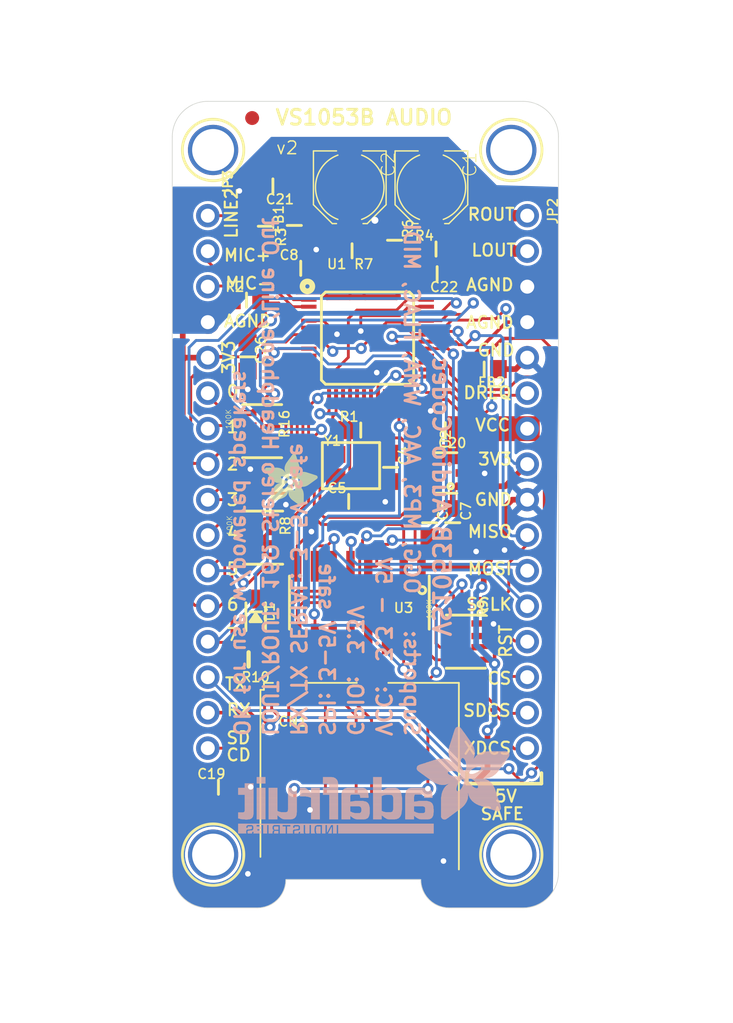
<source format=kicad_pcb>
(kicad_pcb (version 20221018) (generator pcbnew)
  (layers (0 "F.Cu" signal) (31 "B.Cu" signal) (34 "B.Paste" user) (35 "F.Paste" user) (36 "B.SilkS" user "B.Silkscreen") (37 "F.SilkS" user "F.Silkscreen") (38 "B.Mask" user) (39 "F.Mask" user) (44 "Edge.Cuts" user))
  (net 0 "")
  (net 1 "1.8V")
  (net 2 "3.3V")
  (net 3 "GND")
  (net 4 "VIN")
  (net 5 "AVDD")
  (net 6 "AGND")
  (net 7 "N$1")
  (net 8 "N$2")
  (net 9 "GPIO5")
  (net 10 "GPIO0")
  (net 11 "GPIO1")
  (net 12 "GPIO4")
  (net 13 "GPIO2")
  (net 14 "GPIO3")
  (net 15 "GPIO6")
  (net 16 "GPIO7")
  (net 17 "MISO")
  (net 18 "MOSI_3V")
  (net 19 "SCLK_3V")
  (net 20 "TX")
  (net 21 "RX")
  (net 22 "CS_3V")
  (net 23 "MIC_P")
  (net 24 "MIC_N")
  (net 25 "RST_3V")
  (net 26 "DREQ")
  (net 27 "SDCS_3V")
  (net 28 "CLKOUT")
  (net 29 "LEFT")
  (net 30 "RIGHT")
  (net 31 "N$5")
  (net 32 "N$6")
  (net 33 "RIGHT_FILTERED")
  (net 34 "LEFT_FILTERED")
  (net 35 "MOSI_5V")
  (net 36 "CS_5V")
  (net 37 "SDCS_5V")
  (net 38 "XDCS_3V")
  (net 39 "XDCS_5V")
  (net 40 "RST_5V")
  (net 41 "SCLK_5V")
  (net 42 "SD_DETECT")
  (net 43 "RX_5V")
  (net 44 "R_OUT")
  (net 45 "L_OUT")
  (net 46 "LINE2")
  (footprint "working:_0805MP" (layer "F.Cu") (at 148.1709 99.6697)
    (fp_text reference "R1")
    (fp_text value "1M")
  )
  (footprint "working:_0805MP" (layer "F.Cu") (at 139.993703 90.3717)
    (fp_text reference "R2")
    (fp_text value "100K")
  )
  (footprint "working:_0805MP" (layer "F.Cu") (at 141.342503 85.084704 -90)
    (fp_text reference "FB1")
    (fp_text value "FERITTE")
  )
  (footprint "working:MICROSD" (layer "F.Cu") (at 141.0415 117.8561)
    (fp_text reference "CN1")
    (fp_text value "2908-05WB-M6")
  )
  (footprint "working:MOUNTINGHOLE_3.0_PLATEDTHIN" (layer "F.Cu") (at 158.9405 79.6291)
    (fp_text reference "U$52" hide)
    (fp_text value "MOUNTINGHOLE3.0THIN" hide)
  )
  (footprint "working:SOT23-6" (layer "F.Cu") (at 154.2495 102.7391 90)
    (fp_text reference "U2")
    (fp_text value "AP7312-1833W6-7")
  )
  (footprint "working:_0805MP" (layer "F.Cu") (at 137.9855 125.2221)
    (fp_text reference "C19")
    (fp_text value "10µF")
  )
  (footprint "working:_0805MP" (layer "F.Cu") (at 147.3073 104.7751)
    (fp_text reference "C5")
    (fp_text value "10pF")
  )
  (footprint "working:MOUNTINGHOLE_3.0_PLATEDTHIN" (layer "F.Cu") (at 137.6045 79.6291)
    (fp_text reference "U$53" hide)
    (fp_text value "MOUNTINGHOLE3.0THIN" hide)
  )
  (footprint "working:_0805MP" (layer "F.Cu") (at 154.2161 99.6443 180)
    (fp_text reference "C20")
    (fp_text value "10µF")
  )
  (footprint "working:_0805MP" (layer "F.Cu") (at 140.0683 94.4309 -90)
    (fp_text reference "C26")
    (fp_text value "0.1µF")
  )
  (footprint "working:1X16_ROUND" (layer "F.Cu") (at 137.2235 103.3781 -90)
    (fp_text reference "JP3")
    (fp_text value "")
  )
  (footprint "working:_0805MP" (layer "F.Cu") (at 143.412503 85.027104 90)
    (fp_text reference "R3")
    (fp_text value "20")
  )
  (footprint "working:_0805MP" (layer "F.Cu") (at 153.6353 88.4839 180)
    (fp_text reference "C22")
    (fp_text value "10nF (0.01uF)")
  )
  (footprint "working:MOUNTINGHOLE_3.0_PLATEDTHIN" (layer "F.Cu") (at 158.9405 130.0481)
    (fp_text reference "U$51" hide)
    (fp_text value "MOUNTINGHOLE3.0THIN" hide)
  )
  (footprint "working:FIDUCIAL_1MM" (layer "F.Cu") (at 156.7185 132.6391)
    (fp_text reference "FID2" hide)
    (fp_text value "FIDUCIAL\"\"" hide)
  )
  (footprint "working:_0805MP" (layer "F.Cu") (at 143.8757 88.0951)
    (fp_text reference "C8")
    (fp_text value "0.1µF")
  )
  (footprint "working:ADAFRUIT_3.5MM" (layer "F.Cu") (at 141.2875 105.1561)
    (fp_text reference "U$31" hide)
    (fp_text value "" hide)
  )
  (footprint "working:_0805MP" (layer "F.Cu") (at 154.7495 106.2991 -90)
    (fp_text reference "C7")
    (fp_text value "10µF")
  )
  (footprint "working:_0805MP" (layer "F.Cu") (at 150.5915 86.0861 -90)
    (fp_text reference "R6")
    (fp_text value "100")
  )
  (footprint "working:RESPACK_4X0603" (layer "F.Cu") (at 141.1097 99.7459 -90)
    (fp_text reference "R16")
    (fp_text value "100K")
  )
  (footprint "working:MOUNTINGHOLE_3.0_PLATEDTHIN" (layer "F.Cu") (at 137.6045 130.0481)
    (fp_text reference "U$50" hide)
    (fp_text value "MOUNTINGHOLE3.0THIN" hide)
  )
  (footprint "working:LQFP48" (layer "F.Cu") (at 148.6535 93.0911)
    (fp_text reference "U1")
    (fp_text value "VS1053B")
  )
  (footprint "working:_0805MP" (layer "F.Cu") (at 153.0985 106.2991 -90)
    (fp_text reference "C6")
    (fp_text value "10µF")
  )
  (footprint "working:SOIC16" (layer "F.Cu") (at 148.0693 112.0141 180)
    (fp_text reference "U3")
    (fp_text value "74HC4050D")
  )
  (footprint "working:FIDUCIAL_1MM" (layer "F.Cu") (at 140.3985 77.3431)
    (fp_text reference "FID1" hide)
    (fp_text value "FIDUCIAL\"\"" hide)
  )
  (footprint "working:RESPACK_4X0603" (layer "F.Cu") (at 141.1859 107.3659 -90)
    (fp_text reference "R8")
    (fp_text value "100K")
  )
  (footprint "working:_0805MP" (layer "F.Cu") (at 141.883503 82.2031 180)
    (fp_text reference "C21")
    (fp_text value "10nF (0.01uF)")
  )
  (footprint "working:SOD-323" (layer "F.Cu") (at 140.6525 113.0301 -90)
    (fp_text reference "D1")
    (fp_text value "1N4148")
  )
  (footprint "working:PANASONIC_C" (layer "F.Cu") (at 147.3835 82.2961 -90)
    (fp_text reference "C2")
    (fp_text value "220uF")
  )
  (footprint "working:PANASONIC_C" (layer "F.Cu") (at 153.2255 82.2961 -90)
    (fp_text reference "C1")
    (fp_text value "220uF")
  )
  (footprint "working:1X16_ROUND" (layer "F.Cu") (at 160.0835 103.3781 -90)
    (fp_text reference "JP2")
    (fp_text value "")
  )
  (footprint "working:_0805MP" (layer "F.Cu") (at 150.3045 102.3367 -90)
    (fp_text reference "C4")
    (fp_text value "10pF")
  )
  (footprint "working:_0805MP" (layer "F.Cu") (at 147.5475 86.8451 180)
    (fp_text reference "R7")
    (fp_text value "100")
  )
  (footprint "working:0805-NO" (layer "F.Cu") (at 140.1445 116.0781 180)
    (fp_text reference "R10")
    (fp_text value "10K")
  )
  (footprint "working:_0805MP" (layer "F.Cu") (at 153.5555 86.7171)
    (fp_text reference "R4")
    (fp_text value "20")
  )
  (footprint "working:CRYSTAL_3.2X2.5" (layer "F.Cu") (at 147.4717 102.2137)
    (fp_text reference "Y1")
    (fp_text value "ABM8G-12.288MHZ-4Y-T3")
  )
  (footprint "working:_0805MP" (layer "F.Cu") (at 157.0013 95.3073 180)
    (fp_text reference "FB2")
    (fp_text value "FERITTE")
  )
  (footprint "working:RESPACK_4X0603" (layer "F.Cu") (at 155.6893 114.8081 -90)
    (fp_text reference "R9")
    (fp_text value "100K")
  )
  (footprint "working:ADAFRUIT_TEXT_20MM" (layer "B.Cu") (at 158.9659 128.5241 180)
    (fp_text reference "U$55" hide)
    (fp_text value "" hide)
  )
  (gr_line (start 155.7655 124.9681) (end 161.0995 124.9681) (stroke (width 0.254)) (layer "F.SilkS"))
  (gr_line (start 155.7655 124.2061) (end 155.7655 124.9681) (stroke (width 0.254)) (layer "F.SilkS"))
  (gr_line (start 161.0995 124.9681) (end 161.0995 124.2061) (stroke (width 0.254)) (layer "F.SilkS"))
  (gr_arc (start 137.2235 133.8581) (mid 135.427449 133.114151) (end 134.6835 131.3181) (stroke (width 0.05)) (layer "Edge.Cuts"))
  (gr_arc (start 142.8115 131.8261) (mid 142.216341 133.262941) (end 140.7795 133.8581) (stroke (width 0.05)) (layer "Edge.Cuts"))
  (gr_line (start 142.8115 131.8261) (end 152.4635 131.8261) (stroke (width 0.05)) (layer "Edge.Cuts"))
  (gr_arc (start 134.6835 78.6891) (mid 135.427449 76.893049) (end 137.2235 76.1491) (stroke (width 0.05)) (layer "Edge.Cuts"))
  (gr_line (start 154.4955 133.8581) (end 159.7787 133.8581) (stroke (width 0.05)) (layer "Edge.Cuts"))
  (gr_arc (start 159.7787 76.1491) (mid 161.574751 76.893049) (end 162.3187 78.6891) (stroke (width 0.05)) (layer "Edge.Cuts"))
  (gr_line (start 134.6835 78.6891) (end 134.6835 131.3181) (stroke (width 0.05)) (layer "Edge.Cuts"))
  (gr_arc (start 154.4955 133.8581) (mid 153.058659 133.262941) (end 152.4635 131.8261) (stroke (width 0.05)) (layer "Edge.Cuts"))
  (gr_line (start 162.3187 131.3181) (end 162.3187 78.6891) (stroke (width 0.05)) (layer "Edge.Cuts"))
  (gr_line (start 137.2235 133.8581) (end 140.7795 133.8581) (stroke (width 0.05)) (layer "Edge.Cuts"))
  (gr_line (start 159.7787 76.1491) (end 137.2235 76.1491) (stroke (width 0.05)) (layer "Edge.Cuts"))
  (gr_arc (start 162.3187 131.3181) (mid 161.574751 133.114151) (end 159.7787 133.8581) (stroke (width 0.05)) (layer "Edge.Cuts"))
  (gr_text "3.3 - 5V" (at 149.1615 116.3321 -90) (layer "B.SilkS") (effects (font (size 1.0668 1.0668) (thickness 0.2032)) (justify left bottom mirror)))
  (gr_text "SPI: 3-5V safe" (at 145.0975 121.6661 -90) (layer "B.SilkS") (effects (font (size 1.0668 1.0668) (thickness 0.2032)) (justify left bottom mirror)))
  (gr_text "3.3V" (at 147.1295 115.8241 -90) (layer "B.SilkS") (effects (font (size 1.0668 1.0668) (thickness 0.2032)) (justify left bottom mirror)))
  (gr_text "LOUT/ROUT: 16Ω Stereo Headphone/Line Out" (at 141.0335 121.6661 -90) (layer "B.SilkS") (effects (font (size 1.0668 1.0668) (thickness 0.2032)) (justify left bottom mirror)))
  (gr_text "GPIO:" (at 147.1295 121.6661 -90) (layer "B.SilkS") (effects (font (size 1.0668 1.0668) (thickness 0.2032)) (justify left bottom mirror)))
  (gr_text "OK for use w/powered speakers" (at 139.0015 121.6661 -90) (layer "B.SilkS") (effects (font (size 1.0668 1.0668) (thickness 0.2032)) (justify left bottom mirror)))
  (gr_text "OGG, MP3, AAC, WMA, FLAC, MIDI" (at 151.1935 111.5061 -90) (layer "B.SilkS") (effects (font (size 1.0668 1.0668) (thickness 0.2032)) (justify left bottom mirror)))
  (gr_text "VS1053B Audio Codec" (at 153.2255 114.5541 -90) (layer "B.SilkS") (effects (font (size 1.194816 1.194816) (thickness 0.227584)) (justify left bottom mirror)))
  (gr_text "VCC:" (at 149.1615 121.6661 -90) (layer "B.SilkS") (effects (font (size 1.0668 1.0668) (thickness 0.2032)) (justify left bottom mirror)))
  (gr_text "Supports:" (at 151.1935 121.6661 -90) (layer "B.SilkS") (effects (font (size 1.0668 1.0668) (thickness 0.2032)) (justify left bottom mirror)))
  (gr_text "RX/TX SERIAL: 3-5V safe" (at 143.0655 121.6661 -90) (layer "B.SilkS") (effects (font (size 1.0668 1.0668) (thickness 0.2032)) (justify left bottom mirror)))
  (gr_text "4" (at 138.4935 107.5691) (layer "F.SilkS") (effects (font (size 0.8636 0.8636) (thickness 0.1524)) (justify left bottom)))
  (gr_text "2" (at 138.4935 102.6161) (layer "F.SilkS") (effects (font (size 0.8636 0.8636) (thickness 0.1524)) (justify left bottom)))
  (gr_text "0" (at 138.4935 97.4091) (layer "F.SilkS") (effects (font (size 0.8636 0.8636) (thickness 0.1524)) (justify left bottom)))
  (gr_text "GND" (at 159.2707 93.4467) (layer "F.SilkS") (effects (font (size 0.8636 0.8636) (thickness 0.1524)) (justify right top)))
  (gr_text "3V3" (at 159.0675 101.2445) (layer "F.SilkS") (effects (font (size 0.8636 0.8636) (thickness 0.1524)) (justify right top)))
  (gr_text "SAFE" (at 156.6545 127.6351) (layer "F.SilkS") (effects (font (size 0.8636 0.8636) (thickness 0.1524)) (justify left bottom)))
  (gr_text "DREQ" (at 159.0421 96.4947) (layer "F.SilkS") (effects (font (size 0.8636 0.8636) (thickness 0.1524)) (justify right top)))
  (gr_text "ROUT" (at 159.2675 83.7331) (layer "F.SilkS") (effects (font (size 0.8636 0.8636) (thickness 0.1524)) (justify right top)))
  (gr_text "RST" (at 159.0421 116.0527 90) (layer "F.SilkS") (effects (font (size 0.8636 0.8636) (thickness 0.1524)) (justify left bottom)))
  (gr_text "AGND" (at 138.2935 92.381094) (layer "F.SilkS") (effects (font (size 0.8636 0.8636) (thickness 0.1524)) (justify left bottom)))
  (gr_text "VCC" (at 158.9405 98.8061) (layer "F.SilkS") (effects (font (size 0.8636 0.8636) (thickness 0.1524)) (justify right top)))
  (gr_text "MIC-" (at 138.3935 89.676094) (layer "F.SilkS") (effects (font (size 0.8636 0.8636) (thickness 0.1524)) (justify left bottom)))
  (gr_text "VS1053B AUDIO" (at 141.9669 77.9257) (layer "F.SilkS") (effects (font (size 1.0668 1.0668) (thickness 0.2032)) (justify left bottom)))
  (gr_text "SDCS" (at 158.9875 119.2281) (layer "F.SilkS") (effects (font (size 0.8636 0.8636) (thickness 0.1524)) (justify right top)))
  (gr_text "v2" (at 142.0495 80.0101) (layer "F.SilkS") (effects (font (size 0.9144 0.9144) (thickness 0.1016)) (justify left bottom)))
  (gr_text "5V" (at 157.6705 126.3651) (layer "F.SilkS") (effects (font (size 0.8636 0.8636) (thickness 0.1524)) (justify left bottom)))
  (gr_text "AGND" (at 159.1945 88.7731) (layer "F.SilkS") (effects (font (size 0.8636 0.8636) (thickness 0.1524)) (justify right top)))
  (gr_text "LINE2" (at 139.415496 86.0521 90) (layer "F.SilkS") (effects (font (size 0.8636 0.8636) (thickness 0.1524)) (justify left bottom)))
  (gr_text "3" (at 138.4935 105.1561) (layer "F.SilkS") (effects (font (size 0.8636 0.8636) (thickness 0.1524)) (justify left bottom)))
  (gr_text "TX" (at 138.3665 118.3387) (layer "F.SilkS") (effects (font (size 0.8636 0.8636) (thickness 0.1524)) (justify left bottom)))
  (gr_text "LOUT" (at 159.3675 86.2931) (layer "F.SilkS") (effects (font (size 0.8636 0.8636) (thickness 0.1524)) (justify right top)))
  (gr_text "CD" (at 138.4681 123.4187) (layer "F.SilkS") (effects (font (size 0.8636 0.8636) (thickness 0.1524)) (justify left bottom)))
  (gr_text "CS" (at 159.0331 116.9301) (layer "F.SilkS") (effects (font (size 0.8636 0.8636) (thickness 0.1524)) (justify right top)))
  (gr_text "MIC+" (at 138.2935 87.663097) (layer "F.SilkS") (effects (font (size 0.8636 0.8636) (thickness 0.1524)) (justify left bottom)))
  (gr_text "SCLK" (at 159.0675 111.6331) (layer "F.SilkS") (effects (font (size 0.8636 0.8636) (thickness 0.1524)) (justify right top)))
  (gr_text "XDCS" (at 159.0235 121.9301) (layer "F.SilkS") (effects (font (size 0.8636 0.8636) (thickness 0.1524)) (justify right top)))
  (gr_text "GND" (at 159.0675 104.1401) (layer "F.SilkS") (effects (font (size 0.8636 0.8636) (thickness 0.1524)) (justify right top)))
  (gr_text "7" (at 138.4935 114.8081) (layer "F.SilkS") (effects (font (size 0.8636 0.8636) (thickness 0.1524)) (justify left bottom)))
  (gr_text "RX" (at 138.4935 120.1929) (layer "F.SilkS") (effects (font (size 0.8636 0.8636) (thickness 0.1524)) (justify left bottom)))
  (gr_text "MISO" (at 159.0675 106.4261) (layer "F.SilkS") (effects (font (size 0.8636 0.8636) (thickness 0.1524)) (justify right top)))
  (gr_text "5" (at 138.4935 110.1091) (layer "F.SilkS") (effects (font (size 0.8636 0.8636) (thickness 0.1524)) (justify left bottom)))
  (gr_text "6" (at 138.4935 112.6491) (layer "F.SilkS") (effects (font (size 0.8636 0.8636) (thickness 0.1524)) (justify left bottom)))
  (gr_text "MOSI" (at 159.0675 109.0931) (layer "F.SilkS") (effects (font (size 0.8636 0.8636) (thickness 0.1524)) (justify right top)))
  (gr_text "1" (at 138.4935 99.9491) (layer "F.SilkS") (effects (font (size 0.8636 0.8636) (thickness 0.1524)) (justify left bottom)))
  (gr_text "3V3" (at 139.227406 95.751369 90) (layer "F.SilkS") (effects (font (size 0.8636 0.8636) (thickness 0.1524)) (justify left bottom)))
  (gr_text "SD" (at 138.4681 122.1995) (layer "F.SilkS") (effects (font (size 0.8636 0.8636) (thickness 0.1524)) (justify left bottom)))
  (gr_text "AGND" (at 159.1945 91.4655) (layer "F.SilkS") (effects (font (size 0.8636 0.8636) (thickness 0.1524)) (justify right top)))
  (segment (start 144.4535 92.3411) (end 145.3889 92.3411) (width 0.2032) (layer "F.Cu") (net 1))
  (segment (start 151.9871 103.6891) (end 151.9301 103.6321) (width 0.4064) (layer "F.Cu") (net 1))
  (segment (start 151.9555 92.8371) (end 152.8495 92.8371) (width 0.2032) (layer "F.Cu") (net 1))
  (segment (start 157.1371 98.3997) (end 157.5435 97.9933) (width 0.2032) (layer "F.Cu") (net 1))
  (segment (start 151.4475 97.4853) (end 154.3939 97.4853) (width 0.2032) (layer "F.Cu") (net 1))
  (segment (start 155.3083 98.3997) (end 157.1371 98.3997) (width 0.2032) (layer "F.Cu") (net 1))
  (segment (start 154.2629 92.8411) (end 154.4955 92.6085) (width 0.2032) (layer "F.Cu") (net 1))
  (segment (start 151.4035 98.5335) (end 151.9301 99.0601) (width 0.254) (layer "F.Cu") (net 1))
  (segment (start 152.8495 92.8371) (end 154.2629 92.8371) (width 0.2032) (layer "F.Cu") (net 1))
  (segment (start 151.4035 97.4413) (end 151.4475 97.4853) (width 0.2032) (layer "F.Cu") (net 1))
  (segment (start 154.3939 97.4853) (end 155.3083 98.3997) (width 0.2032) (layer "F.Cu") (net 1))
  (segment (start 152.2095 105.2831) (end 151.9301 105.0037) (width 0.4064) (layer "F.Cu") (net 1))
  (segment (start 152.9495 103.6891) (end 151.9871 103.6891) (width 0.4064) (layer "F.Cu") (net 1))
  (segment (start 153.0985 105.2831) (end 152.2095 105.2831) (width 0.4064) (layer "F.Cu") (net 1))
  (segment (start 145.6563 93.5229) (end 146.1643 94.0309) (width 0.2032) (layer "F.Cu") (net 1))
  (segment (start 151.9555 92.8371) (end 151.0665 91.9481) (width 0.2032) (layer "F.Cu") (net 1))
  (segment (start 148.1455 93.8277) (end 150.0251 91.9481) (width 0.2032) (layer "F.Cu") (net 1))
  (segment (start 152.8495 92.8371) (end 152.8535 92.8411) (width 0.2032) (layer "F.Cu") (net 1))
  (segment (start 151.0665 91.9481) (end 150.0251 91.9481) (width 0.2032) (layer "F.Cu") (net 1))
  (segment (start 151.4035 97.2911) (end 151.4035 97.4413) (width 0.2032) (layer "F.Cu") (net 1))
  (segment (start 154.4955 92.6085) (end 154.4987 92.6117) (width 0.2032) (layer "F.Cu") (net 1))
  (segment (start 151.9301 103.6321) (end 151.9301 99.0601) (width 0.4064) (layer "F.Cu") (net 1))
  (segment (start 145.6349 93.3411) (end 145.6563 93.3197) (width 0.2032) (layer "F.Cu") (net 1))
  (segment (start 145.3889 92.3411) (end 145.6563 92.6085) (width 0.2032) (layer "F.Cu") (net 1))
  (segment (start 144.4535 93.3411) (end 145.6349 93.3411) (width 0.2032) (layer "F.Cu") (net 1))
  (segment (start 145.6563 93.3197) (end 145.6563 93.5229) (width 0.2032) (layer "F.Cu") (net 1))
  (segment (start 145.6563 92.6085) (end 145.6563 93.3197) (width 0.2032) (layer "F.Cu") (net 1))
  (segment (start 151.4035 97.2911) (end 151.4035 98.5335) (width 0.254) (layer "F.Cu") (net 1))
  (segment (start 148.1963 93.8277) (end 148.1455 93.8277) (width 0.2032) (layer "F.Cu") (net 1))
  (segment (start 154.2629 92.8371) (end 154.2629 92.8411) (width 0.2032) (layer "F.Cu") (net 1))
  (segment (start 154.4987 92.6117) (end 155.1323 92.6117) (width 0.2032) (layer "F.Cu") (net 1))
  (segment (start 151.9301 105.0037) (end 151.9301 103.6321) (width 0.4064) (layer "F.Cu") (net 1))
  (via (at 146.1643 94.0309) (size 0.8064) (drill 0.4) (layers "F.Cu" "B.Cu") (net 1))
  (via (at 155.1323 92.6117) (size 0.8064) (drill 0.4) (layers "F.Cu" "B.Cu") (net 1))
  (via (at 157.5435 97.9933) (size 0.8064) (drill 0.4) (layers "F.Cu" "B.Cu") (net 1))
  (via (at 148.1963 93.8277) (size 0.8064) (drill 0.4) (layers "F.Cu" "B.Cu") (net 1))
  (segment (start 157.5435 93.7581) (end 157.5435 97.9933) (width 0.2032) (layer "B.Cu") (net 1))
  (segment (start 148.1963 93.8277) (end 146.3675 93.8277) (width 0.2032) (layer "B.Cu") (net 1))
  (segment (start 155.1323 92.6117) (end 155.1323 93.1069) (width 0.2032) (layer "B.Cu") (net 1))
  (segment (start 155.1323 93.1069) (end 155.7835 93.7581) (width 0.2032) (layer "B.Cu") (net 1))
  (segment (start 146.3675 93.8277) (end 146.1643 94.0309) (width 0.2032) (layer "B.Cu") (net 1))
  (segment (start 155.7835 93.7581) (end 157.5435 93.7581) (width 0.2032) (layer "B.Cu") (net 1))
  (segment (start 154.6923 91.8021) (end 156.7243 91.8021) (width 0.2032) (layer "F.Cu") (net 2))
  (segment (start 136.683496 82.958204) (end 137.783496 82.958204) (width 0.4064) (layer "F.Cu") (net 2))
  (segment (start 135.4314 116.078894) (end 135.4314 124.192) (width 0.4064) (layer "F.Cu") (net 2))
  (segment (start 146.4035 97.2911) (end 146.4035 98.4653) (width 0.2032) (layer "F.Cu") (net 2))
  (segment (start 139.104703 94.429297) (end 137.282303 94.429297) (width 0.254) (layer "F.Cu") (net 2))
  (segment (start 157.7467 114.6557) (end 157.7467 115.2653) (width 0.254) (layer "F.Cu") (net 2))
  (segment (start 151.0411 100.2285) (end 151.3967 100.5841) (width 0.2032) (layer "F.Cu") (net 2))
  (segment (start 142.8115 93.3705) (end 141.471168 93.3705) (width 0.2032) (layer "F.Cu") (net 2))
  (segment (start 146.1643 100.2285) (end 146.1643 98.7045) (width 0.2032) (layer "F.Cu") (net 2))
  (segment (start 149.8219 98.6029) (end 150.1267 98.9077) (width 0.2032) (layer "F.Cu") (net 2))
  (segment (start 135.432193 116.0781) (end 135.4314 116.078894) (width 0.2032) (layer "F.Cu") (net 2))
  (segment (start 148.9035 98.3195) (end 149.1869 98.6029) (width 0.2032) (layer "F.Cu") (net 2))
  (segment (start 152.4635 109.3633) (end 152.5143 109.4141) (width 0.2032) (layer "F.Cu") (net 2))
  (segment (start 151.1935 105.6641) (end 150.9395 105.9181) (width 0.2032) (layer "F.Cu") (net 2))
  (segment (start 135.3947 91.9481) (end 135.3947 91.8211) (width 0.4064) (layer "F.Cu") (net 2))
  (segment (start 146.1643 98.7045) (end 146.4035 98.4653) (width 0.2032) (layer "F.Cu") (net 2))
  (segment (start 136.9695 125.2221) (end 136.9695 126.7461) (width 0.4064) (layer "F.Cu") (net 2))
  (segment (start 155.5495 103.6891) (end 154.9465 103.6891) (width 0.4064) (layer "F.Cu") (net 2))
  (segment (start 156.5393 114.4081) (end 157.4991 114.4081) (width 0.254) (layer "F.Cu") (net 2))
  (segment (start 151.3967 100.5841) (end 151.3967 105.4609) (width 0.2032) (layer "F.Cu") (net 2))
  (segment (start 155.5495 103.6891) (end 157.5435 103.6891) (width 0.4064) (layer "F.Cu") (net 2))
  (segment (start 141.471168 93.3705) (end 141.083487 93.758182) (width 0.2032) (layer "F.Cu") (net 2))
  (segment (start 157.2387 121.1581) (end 157.2387 124.0029) (width 0.4064) (layer "F.Cu") (net 2))
  (segment (start 145.2499 105.6133) (end 145.2499 100.6349) (width 0.2032) (layer "F.Cu") (net 2))
  (segment (start 158.5025 103.6891) (end 160.0835 102.1081) (width 0.4064) (layer "F.Cu") (net 2))
  (segment (start 157.7467 115.2653) (end 157.7467 116.3829) (width 0.254) (layer "F.Cu") (net 2))
  (segment (start 157.4165 108.9661) (end 157.4165 103.8161) (width 0.4064) (layer "F.Cu") (net 2))
  (segment (start 146.7485 128.9031) (end 146.7415 128.8961) (width 0.4064) (layer "F.Cu") (net 2))
  (segment (start 143.4465 130.5561) (end 146.6723 130.5561) (width 0.4064) (layer "F.Cu") (net 2))
  (segment (start 157.6895 115.2081) (end 157.7467 115.2653) (width 0.254) (layer "F.Cu") (net 2))
  (segment (start 156.7243 91.8021) (end 156.8323 91.6941) (width 0.2032) (layer "F.Cu") (net 2))
  (segment (start 145.4531 100.4317) (end 145.9611 100.4317) (width 0.2032) (layer "F.Cu") (net 2))
  (segment (start 156.9685 110.7603) (end 156.8323 110.8965) (width 0.4064) (layer "F.Cu") (net 2))
  (segment (start 140.755703 94.429297) (end 139.104703 94.429297) (width 0.2032) (layer "F.Cu") (net 2))
  (segment (start 145.9611 100.4317) (end 146.1643 100.2285) (width 0.2032) (layer "F.Cu") (net 2))
  (segment (start 148.9035 97.2911) (end 148.9035 98.3195) (width 0.2032) (layer "F.Cu") (net 2))
  (segment (start 136.4615 125.2221) (end 135.4314 124.192) (width 0.4064) (layer "F.Cu") (net 2))
  (segment (start 144.4535 92.8411) (end 143.3409 92.8411) (width 0.2032) (layer "F.Cu") (net 2))
  (segment (start 152.0571 106.5277) (end 151.1935 105.6641) (width 0.2032) (layer "F.Cu") (net 2))
  (segment (start 135.4314 116.078894) (end 135.4314 94.658179) (width 0.4064) (layer "F.Cu") (net 2))
  (segment (start 150.1267 100.2285) (end 151.0411 100.2285) (width 0.2032) (layer "F.Cu") (net 2))
  (segment (start 156.9685 109.4141) (end 156.9685 110.7603) (width 0.4064) (layer "F.Cu") (net 2))
  (segment (start 135.3947 84.247) (end 136.683496 82.958204) (width 0.4064) (layer "F.Cu") (net 2))
  (segment (start 146.6723 130.5561) (end 150.6855 130.5561) (width 0.4064) (layer "F.Cu") (net 2))
  (segment (start 149.1869 98.6029) (end 149.8219 98.6029) (width 0.2032) (layer "F.Cu") (net 2))
  (segment (start 145.2499 100.6349) (end 145.4531 100.4317) (width 0.2032) (layer "F.Cu") (net 2))
  (segment (start 152.4635 108.4835) (end 152.4635 109.3633) (width 0.2032) (layer "F.Cu") (net 2))
  (segment (start 150.1267 98.9077) (end 150.1267 100.2285) (width 0.2032) (layer "F.Cu") (net 2))
  (segment (start 142.6845 129.7941) (end 143.4465 130.5561) (width 0.4064) (layer "F.Cu") (net 2))
  (segment (start 140.755703 94.429297) (end 141.083487 94.101513) (width 0.2032) (layer "F.Cu") (net 2))
  (segment (start 156.5393 115.2081) (end 157.6895 115.2081) (width 0.254) (layer "F.Cu") (net 2))
  (segment (start 137.783496 82.958204) (end 138.483493 83.6582) (width 0.4064) (layer "F.Cu") (net 2))
  (segment (start 135.4314 94.658179) (end 135.4314 91.8578) (width 0.4064) (layer "F.Cu") (net 2))
  (segment (start 146.7485 130.4799) (end 146.6723 130.5561) (width 0.4064) (layer "F.Cu") (net 2))
  (segment (start 154.1533 92.3411) (end 154.6923 91.8021) (width 0.2032) (layer "F.Cu") (net 2))
  (segment (start 156.9685 109.4141) (end 157.4165 108.9661) (width 0.4064) (layer "F.Cu") (net 2))
  (segment (start 152.5143 109.4141) (end 156.9685 109.4141) (width 0.4064) (layer "F.Cu") (net 2))
  (segment (start 137.2235 94.4881) (end 135.601478 94.4881) (width 0.4064) (layer "F.Cu") (net 2))
  (segment (start 141.186 83.6582) (end 141.186 83.9122) (width 0.4064) (layer "F.Cu") (net 2))
  (segment (start 137.282303 94.429297) (end 137.2235 94.4881) (width 0.254) (layer "F.Cu") (net 2))
  (segment (start 152.0571 108.0771) (end 152.0571 106.5277) (width 0.2032) (layer "F.Cu") (net 2))
  (segment (start 140.0175 129.2861) (end 140.5255 129.7941) (width 0.4064) (layer "F.Cu") (net 2))
  (segment (start 157.4991 114.4081) (end 157.7467 114.6557) (width 0.254) (layer "F.Cu") (net 2))
  (segment (start 157.4719 116.1081) (end 157.7467 116.3829) (width 0.4064) (layer "F.Cu") (net 2))
  (segment (start 135.601478 94.4881) (end 135.4314 94.658179) (width 0.4064) (layer "F.Cu") (net 2))
  (segment (start 146.7485 130.4799) (end 146.7485 128.9031) (width 0.4064) (layer "F.Cu") (net 2))
  (segment (start 140.5255 129.7941) (end 142.6845 129.7941) (width 0.4064) (layer "F.Cu") (net 2))
  (segment (start 157.4165 103.8161) (end 157.5435 103.6891) (width 0.4064) (layer "F.Cu") (net 2))
  (segment (start 156.5393 116.1081) (end 157.4719 116.1081) (width 0.4064) (layer "F.Cu") (net 2))
  (segment (start 156.8323 91.6941) (end 157.8483 91.6941) (width 0.2032) (layer "F.Cu") (net 2))
  (segment (start 145.5547 105.9181) (end 150.9395 105.9181) (width 0.2032) (layer "F.Cu") (net 2))
  (segment (start 141.083487 93.758182) (end 141.083487 94.101513) (width 0.2032) (layer "F.Cu") (net 2))
  (segment (start 157.8483 91.6941) (end 158.5595 90.9829) (width 0.2032) (layer "F.Cu") (net 2))
  (segment (start 135.3947 91.8211) (end 135.3947 84.247) (width 0.4064) (layer "F.Cu") (net 2))
  (segment (start 154.7495 103.8861) (end 154.7495 105.2831) (width 0.4064) (layer "F.Cu") (net 2))
  (segment (start 141.083487 94.101513) (end 141.083487 94.158179) (width 0.2032) (layer "F.Cu") (net 2))
  (segment (start 145.2499 105.6133) (end 145.5547 105.9181) (width 0.2032) (layer "F.Cu") (net 2))
  (segment (start 157.2387 124.0029) (end 150.6855 130.5561) (width 0.4064) (layer "F.Cu") (net 2))
  (segment (start 138.483493 83.6582) (end 141.186 83.6582) (width 0.4064) (layer "F.Cu") (net 2))
  (segment (start 136.9695 125.2221) (end 136.4615 125.2221) (width 0.4064) (layer "F.Cu") (net 2))
  (segment (start 136.9695 126.7461) (end 140.0175 126.7461) (width 0.4064) (layer "F.Cu") (net 2))
  (segment (start 157.5435 103.6891) (end 158.5025 103.6891) (width 0.4064) (layer "F.Cu") (net 2))
  (segment (start 152.8535 92.3411) (end 154.1533 92.3411) (width 0.2032) (layer "F.Cu") (net 2))
  (segment (start 143.3409 92.8411) (end 142.8115 93.3705) (width 0.2032) (layer "F.Cu") (net 2))
  (segment (start 141.186 83.9122) (end 141.342503 84.068704) (width 0.4064) (layer "F.Cu") (net 2))
  (segment (start 152.4635 108.4835) (end 152.0571 108.0771) (width 0.2032) (layer "F.Cu") (net 2))
  (segment (start 140.0175 126.7461) (end 140.0175 129.2861) (width 0.4064) (layer "F.Cu") (net 2))
  (segment (start 135.4314 91.8578) (end 135.3947 91.8211) (width 0.4064) (layer "F.Cu") (net 2))
  (segment (start 139.1945 116.0781) (end 135.432193 116.0781) (width 0.2032) (layer "F.Cu") (net 2))
  (segment (start 154.9465 103.6891) (end 154.7495 103.8861) (width 0.4064) (layer "F.Cu") (net 2))
  (segment (start 151.3967 105.4609) (end 151.1935 105.6641) (width 0.2032) (layer "F.Cu") (net 2))
  (via (at 157.2387 121.1581) (size 0.8064) (drill 0.4) (layers "F.Cu" "B.Cu") (net 2))
  (via (at 157.7467 116.3829) (size 0.8064) (drill 0.4) (layers "F.Cu" "B.Cu") (net 2))
  (via (at 156.8323 110.8965) (size 0.8064) (drill 0.4) (layers "F.Cu" "B.Cu") (net 2))
  (via (at 158.5595 90.9829) (size 0.8064) (drill 0.4) (layers "F.Cu" "B.Cu") (net 2))
  (segment (start 157.7467 120.6501) (end 157.2387 121.1581) (width 0.4064) (layer "B.Cu") (net 2))
  (segment (start 158.8643 92.4053) (end 158.8643 101.7525) (width 0.2032) (layer "B.Cu") (net 2))
  (segment (start 158.5595 90.9829) (end 158.5595 92.1005) (width 0.2032) (layer "B.Cu") (net 2))
  (segment (start 156.4259 115.0621) (end 157.7467 116.3829) (width 0.4064) (layer "B.Cu") (net 2))
  (segment (start 157.7467 116.3829) (end 157.7467 120.6501) (width 0.4064) (layer "B.Cu") (net 2))
  (segment (start 156.8323 110.8965) (end 156.4259 111.3029) (width 0.4064) (layer "B.Cu") (net 2))
  (segment (start 160.0327 102.0573) (end 160.0835 102.1081) (width 0.2032) (layer "B.Cu") (net 2))
  (segment (start 156.4259 111.3029) (end 156.4259 115.0621) (width 0.4064) (layer "B.Cu") (net 2))
  (segment (start 158.8643 92.4053) (end 158.5595 92.1005) (width 0.2032) (layer "B.Cu") (net 2))
  (segment (start 159.1691 102.0573) (end 160.0327 102.0573) (width 0.2032) (layer "B.Cu") (net 2))
  (segment (start 158.8643 101.7525) (end 159.1691 102.0573) (width 0.2032) (layer "B.Cu") (net 2))
  (segment (start 144.5415 128.8961) (end 144.5415 126.8505) (width 0.4064) (layer "F.Cu") (net 3))
  (segment (start 154.7495 107.3151) (end 155.3845 107.3151) (width 0.4064) (layer "F.Cu") (net 3))
  (segment (start 141.2875 107.7469) (end 141.2875 107.2389) (width 0.2032) (layer "F.Cu") (net 3))
  (segment (start 144.5415 126.8505) (end 144.5387 126.8477) (width 0.4064) (layer "F.Cu") (net 3))
  (segment (start 155.5495 102.7391) (end 157.0061 102.7391) (width 0.3048) (layer "F.Cu") (net 3))
  (segment (start 140.0683 95.4469) (end 140.0683 96.742985) (width 0.254) (layer "F.Cu") (net 3))
  (segment (start 147.4035 95.9413) (end 147.8915 95.4533) (width 0.2032) (layer "F.Cu") (net 3))
  (segment (start 140.0683 96.742985) (end 140.08349 96.758175) (width 0.254) (layer "F.Cu") (net 3))
  (segment (start 141.1161 99.3459) (end 141.0843 99.3141) (width 0.2032) (layer "F.Cu") (net 3))
  (segment (start 140.1173 131.3961) (end 140.0937 131.4197) (width 0.4064) (layer "F.Cu") (net 3))
  (segment (start 150.3045 104.4195) (end 150.3045 103.3527) (width 0.4064) (layer "F.Cu") (net 3))
  (segment (start 142.0541 106.0477) (end 142.0359 106.0659) (width 0.4064) (layer "F.Cu") (net 3))
  (segment (start 150.4035 97.2911) (end 149.9035 97.2911) (width 0.2032) (layer "F.Cu") (net 3))
  (segment (start 147.4035 97.2911) (end 147.4035 95.9413) (width 0.2032) (layer "F.Cu") (net 3))
  (segment (start 141.4415 131.3961) (end 140.1173 131.3961) (width 0.4064) (layer "F.Cu") (net 3))
  (segment (start 141.9897 106.0197) (end 142.0359 106.0659) (width 0.2032) (layer "F.Cu") (net 3))
  (segment (start 141.9597 99.3459) (end 141.1161 99.3459) (width 0.2032) (layer "F.Cu") (net 3))
  (segment (start 142.0359 106.9659) (end 141.5605 106.9659) (width 0.2032) (layer "F.Cu") (net 3))
  (segment (start 149.2123 95.4533) (end 149.3139 95.5549) (width 0.2032) (layer "F.Cu") (net 3))
  (segment (start 148.3233 104.7751) (end 149.8981 104.7751) (width 0.4064) (layer "F.Cu") (net 3))
  (segment (start 141.1033 100.1459) (end 141.0843 100.1269) (width 0.2032) (layer "F.Cu") (net 3))
  (segment (start 144.4535 91.8411) (end 145.4985 91.8411) (width 0.2032) (layer "F.Cu") (net 3))
  (segment (start 141.8597 101.0459) (end 141.8551 101.0413) (width 0.4064) (layer "F.Cu") (net 3))
  (segment (start 141.0843 100.8381) (end 141.2875 101.0413) (width 0.2032) (layer "F.Cu") (net 3))
  (segment (start 141.9597 101.0459) (end 141.8597 101.0459) (width 0.4064) (layer "F.Cu") (net 3))
  (segment (start 141.2875 106.6293) (end 141.2875 106.0197) (width 0.2032) (layer "F.Cu") (net 3))
  (segment (start 152.8535 90.8411) (end 151.5893 90.8411) (width 0.2032) (layer "F.Cu") (net 3))
  (segment (start 143.6243 109.4141) (end 143.6243 107.9501) (width 0.2032) (layer "F.Cu") (net 3))
  (segment (start 141.0843 100.1269) (end 141.0843 100.8381) (width 0.2032) (layer "F.Cu") (net 3))
  (segment (start 141.4953 108.6659) (end 141.2875 108.4581) (width 0.2032) (layer "F.Cu") (net 3))
  (segment (start 149.8981 104.7751) (end 149.9235 104.8005) (width 0.4064) (layer "F.Cu") (net 3))
  (segment (start 149.4035 97.2911) (end 149.4035 95.6445) (width 0.2032) (layer "F.Cu") (net 3))
  (segment (start 141.8597 101.5867) (end 141.8597 101.1459) (width 0.4064) (layer "F.Cu") (net 3))
  (segment (start 140.2969 125.1967) (end 140.2715 125.2221) (width 0.4064) (layer "F.Cu") (net 3))
  (segment (start 141.2875 107.2389) (end 141.5605 106.9659) (width 0.2032) (layer "F.Cu") (net 3))
  (segment (start 141.2875 101.0413) (end 141.8551 101.0413) (width 0.2032) (layer "F.Cu") (net 3))
  (segment (start 153.2001 98.3235) (end 153.1747 98.2981) (width 0.4064) (layer "F.Cu") (net 3))
  (segment (start 148.2471 91.4909) (end 148.1709 91.5671) (width 0.2032) (layer "F.Cu") (net 3))
  (segment (start 142.0541 105.7611) (end 142.0629 105.7699) (width 0.2032) (layer "F.Cu") (net 3))
  (segment (start 141.2875 106.0197) (end 141.9897 106.0197) (width 0.2032) (layer "F.Cu") (net 3))
  (segment (start 141.8597 101.1459) (end 141.9597 101.0459) (width 0.4064) (layer "F.Cu") (net 3))
  (segment (start 141.0843 99.3141) (end 141.0843 100.1269) (width 0.2032) (layer "F.Cu") (net 3))
  (segment (start 143.6243 107.9501) (end 144.6403 106.9341) (width 0.2032) (layer "F.Cu") (net 3))
  (segment (start 141.2413 98.4459) (end 141.0843 98.6029) (width 0.2032) (layer "F.Cu") (net 3))
  (segment (start 158.4579 105.2069) (end 158.4579 108.2549) (width 0.4064) (layer "F.Cu") (net 3))
  (segment (start 141.9597 98.4459) (end 141.2413 98.4459) (width 0.2032) (layer "F.Cu") (net 3))
  (segment (start 155.3845 107.3151) (end 156.4259 108.3565) (width 0.4064) (layer "F.Cu") (net 3))
  (segment (start 145.4985 91.8411) (end 146.4691 92.8117) (width 0.2032) (layer "F.Cu") (net 3))
  (segment (start 142.0359 106.9659) (end 141.6241 106.9659) (width 0.2032) (layer "F.Cu") (net 3))
  (segment (start 159.2643 95.3073) (end 160.0835 94.4881) (width 0.4064) (layer "F.Cu") (net 3))
  (segment (start 158.0173 95.3073) (end 159.2643 95.3073) (width 0.4064) (layer "F.Cu") (net 3))
  (segment (start 141.6241 106.9659) (end 141.2875 106.6293) (width 0.2032) (layer "F.Cu") (net 3))
  (segment (start 157.0061 102.7391) (end 157.0355 102.7685) (width 0.3048) (layer "F.Cu") (net 3))
  (segment (start 141.8597 101.5867) (end 140.9827 102.4637) (width 0.4064) (layer "F.Cu") (net 3))
  (segment (start 157.6405 113.5081) (end 157.6705 113.5381) (width 0.4064) (layer "F.Cu") (net 3))
  (segment (start 142.0541 105.7611) (end 142.0541 106.0477) (width 0.4064) (layer "F.Cu") (net 3))
  (segment (start 149.9235 104.8005) (end 150.3045 104.4195) (width 0.4064) (layer "F.Cu") (net 3))
  (segment (start 149.4035 95.6445) (end 149.3139 95.5549) (width 0.2032) (layer "F.Cu") (net 3))
  (segment (start 148.1709 91.5671) (end 148.1709 92.5831) (width 0.2032) (layer "F.Cu") (net 3))
  (segment (start 154.6415 131.0577) (end 154.0891 130.5053) (width 0.4064) (layer "F.Cu") (net 3))
  (segment (start 141.9597 100.1459) (end 141.1033 100.1459) (width 0.2032) (layer "F.Cu") (net 3))
  (segment (start 140.9827 102.4637) (end 140.2715 102.4637) (width 0.4064) (layer "F.Cu") (net 3))
  (segment (start 149.9035 97.2911) (end 149.4035 97.2911) (width 0.2032) (layer "F.Cu") (net 3))
  (segment (start 154.6415 132.2961) (end 154.6415 131.0577) (width 0.4064) (layer "F.Cu") (net 3))
  (segment (start 142.0359 108.6659) (end 141.4953 108.6659) (width 0.2032) (layer "F.Cu") (net 3))
  (segment (start 140.2715 125.2221) (end 139.0015 125.2221) (width 0.4064) (layer "F.Cu") (net 3))
  (segment (start 141.2875 108.4581) (end 141.2875 107.7469) (width 0.2032) (layer "F.Cu") (net 3))
  (segment (start 150.9395 91.4909) (end 148.2471 91.4909) (width 0.2032) (layer "F.Cu") (net 3))
  (segment (start 154.7495 107.3151) (end 153.0985 107.3151) (width 0.4064) (layer "F.Cu") (net 3))
  (segment (start 159.0167 104.6481) (end 158.4579 105.2069) (width 0.4064) (layer "F.Cu") (net 3))
  (segment (start 142.0541 105.7611) (end 142.8115 105.0037) (width 0.4064) (layer "F.Cu") (net 3))
  (segment (start 141.0843 98.6029) (end 141.0843 99.3141) (width 0.2032) (layer "F.Cu") (net 3))
  (segment (start 141.3065 107.7659) (end 141.2875 107.7469) (width 0.2032) (layer "F.Cu") (net 3))
  (segment (start 151.5893 90.8411) (end 150.9395 91.4909) (width 0.2032) (layer "F.Cu") (net 3))
  (segment (start 159.0167 104.6481) (end 160.0835 104.6481) (width 0.4064) (layer "F.Cu") (net 3))
  (segment (start 147.8915 95.4533) (end 149.2123 95.4533) (width 0.2032) (layer "F.Cu") (net 3))
  (segment (start 156.5393 113.5081) (end 157.6405 113.5081) (width 0.4064) (layer "F.Cu") (net 3))
  (segment (start 142.0359 107.7659) (end 141.3065 107.7659) (width 0.2032) (layer "F.Cu") (net 3))
  (segment (start 153.2001 99.6443) (end 153.2001 98.3235) (width 0.4064) (layer "F.Cu") (net 3))
  (via (at 149.9235 104.8005) (size 0.8064) (drill 0.4) (layers "F.Cu" "B.Cu") (net 3))
  (via (at 146.4691 92.8117) (size 0.8064) (drill 0.4) (layers "F.Cu" "B.Cu") (net 3))
  (via (at 157.0355 102.7685) (size 0.8064) (drill 0.4) (layers "F.Cu" "B.Cu") (net 3))
  (via (at 148.1709 92.5831) (size 0.8064) (drill 0.4) (layers "F.Cu" "B.Cu") (net 3))
  (via (at 156.4259 108.3565) (size 0.8064) (drill 0.4) (layers "F.Cu" "B.Cu") (net 3))
  (via (at 149.3139 95.5549) (size 0.8064) (drill 0.4) (layers "F.Cu" "B.Cu") (net 3))
  (via (at 153.1747 98.2981) (size 0.8064) (drill 0.4) (layers "F.Cu" "B.Cu") (net 3))
  (via (at 140.08349 96.758175) (size 0.8064) (drill 0.4) (layers "F.Cu" "B.Cu") (net 3))
  (via (at 140.2715 102.4637) (size 0.8064) (drill 0.4) (layers "F.Cu" "B.Cu") (net 3))
  (via (at 140.0937 131.4197) (size 0.8064) (drill 0.4) (layers "F.Cu" "B.Cu") (net 3))
  (via (at 144.6403 106.9341) (size 0.8064) (drill 0.4) (layers "F.Cu" "B.Cu") (net 3))
  (via (at 158.4579 108.2549) (size 0.8064) (drill 0.4) (layers "F.Cu" "B.Cu") (net 3))
  (via (at 157.6705 113.5381) (size 0.8064) (drill 0.4) (layers "F.Cu" "B.Cu") (net 3))
  (via (at 140.2969 125.1967) (size 0.8064) (drill 0.4) (layers "F.Cu" "B.Cu") (net 3))
  (via (at 142.8115 105.0037) (size 0.8064) (drill 0.4) (layers "F.Cu" "B.Cu") (net 3))
  (via (at 154.0891 130.5053) (size 0.8064) (drill 0.4) (layers "F.Cu" "B.Cu") (net 3))
  (via (at 144.5387 126.8477) (size 0.8064) (drill 0.4) (layers "F.Cu" "B.Cu") (net 3))
  (segment (start 148.5011 90.1701) (end 150.7363 90.1701) (width 0.4064) (layer "F.Cu") (net 5))
  (segment (start 136.2837 90.6527) (end 136.0043 90.3733) (width 0.3048) (layer "F.Cu") (net 5))
  (segment (start 143.583481 89.758188) (end 142.083484 88.258191) (width 0.4064) (layer "F.Cu") (net 5))
  (segment (start 142.696609 88.258191) (end 142.8597 88.258191) (width 0.2032) (layer "F.Cu") (net 5))
  (segment (start 147.4035 90.1501) (end 147.3835 90.1701) (width 0.2032) (layer "F.Cu") (net 5))
  (segment (start 138.7729 90.2717) (end 138.877703 90.2717) (width 0.254) (layer "F.Cu") (net 5))
  (segment (start 141.342503 86.100704) (end 141.342503 88.217207) (width 0.4064) (layer "F.Cu") (net 5))
  (segment (start 147.4035 88.8911) (end 147.4035 90.1501) (width 0.2032) (layer "F.Cu") (net 5))
  (segment (start 136.0043 86.066097) (end 136.4758 85.594594) (width 0.4064) (layer "F.Cu") (net 5))
  (segment (start 141.342503 88.217207) (end 141.383487 88.258191) (width 0.4064) (layer "F.Cu") (net 5))
  (segment (start 141.383487 88.258191) (end 140.083487 88.258191) (width 0.4064) (layer "F.Cu") (net 5))
  (segment (start 140.083487 88.258191) (end 138.88349 87.058194) (width 0.4064) (layer "F.Cu") (net 5))
  (segment (start 136.4758 85.594594) (end 138.019993 85.594594) (width 0.4064) (layer "F.Cu") (net 5))
  (segment (start 150.7363 90.1701) (end 150.8379 90.0685) (width 0.4064) (layer "F.Cu") (net 5))
  (segment (start 142.083484 88.258191) (end 141.383487 88.258191) (width 0.4064) (layer "F.Cu") (net 5))
  (segment (start 138.88349 87.058194) (end 138.88349 86.458091) (width 0.4064) (layer "F.Cu") (net 5))
  (segment (start 145.7579 90.1701) (end 147.3835 90.1701) (width 0.4064) (layer "F.Cu") (net 5))
  (segment (start 138.877703 90.2717) (end 138.977703 90.3717) (width 0.254) (layer "F.Cu") (net 5))
  (segment (start 148.4035 88.8911) (end 148.4035 90.0725) (width 0.2032) (layer "F.Cu") (net 5))
  (segment (start 136.0043 90.3733) (end 136.0043 86.066097) (width 0.3048) (layer "F.Cu") (net 5))
  (segment (start 142.083484 88.258191) (end 142.396609 88.258191) (width 0.4064) (layer "F.Cu") (net 5))
  (segment (start 142.396609 88.258191) (end 142.696609 88.258191) (width 0.254) (layer "F.Cu") (net 5))
  (segment (start 145.345987 89.758188) (end 143.583481 89.758188) (width 0.4064) (layer "F.Cu") (net 5))
  (segment (start 150.9035 88.8911) (end 150.9035 90.0029) (width 0.2032) (layer "F.Cu") (net 5))
  (segment (start 138.88349 86.458091) (end 138.019993 85.594594) (width 0.4064) (layer "F.Cu") (net 5))
  (segment (start 148.4035 90.0725) (end 148.5011 90.1701) (width 0.2032) (layer "F.Cu") (net 5))
  (segment (start 147.3835 90.1701) (end 148.5011 90.1701) (width 0.4064) (layer "F.Cu") (net 5))
  (segment (start 138.3919 90.6527) (end 136.2837 90.6527) (width 0.3048) (layer "F.Cu") (net 5))
  (segment (start 145.7579 90.1701) (end 145.345987 89.758188) (width 0.4064) (layer "F.Cu") (net 5))
  (segment (start 142.8597 88.258191) (end 142.8597 88.0951) (width 0.2032) (layer "F.Cu") (net 5))
  (segment (start 150.9035 90.0029) (end 150.8379 90.0685) (width 0.2032) (layer "F.Cu") (net 5))
  (segment (start 138.3919 90.6527) (end 138.7729 90.2717) (width 0.2032) (layer "F.Cu") (net 5))
  (segment (start 145.228606 87.741757) (end 145.245043 87.741757) (width 0.254) (layer "F.Cu") (net 6))
  (segment (start 151.4035 88.8911) (end 152.4833 88.8911) (width 0.2032) (layer "F.Cu") (net 6))
  (segment (start 152.6193 89.094025) (end 152.6193 89.0271) (width 0.254) (layer "F.Cu") (net 6))
  (segment (start 149.583471 87.658194) (end 149.583471 85.058197) (width 0.254) (layer "F.Cu") (net 6))
  (segment (start 144.983478 88.003322) (end 144.983478 86.758194) (width 0.254) (layer "F.Cu") (net 6))
  (segment (start 146.3675 87.8841) (end 145.1027 87.8841) (width 0.2032) (layer "F.Cu") (net 6))
  (segment (start 145.1027 87.8841) (end 144.8917 88.0951) (width 0.2032) (layer "F.Cu") (net 6))
  (segment (start 144.983478 88.003322) (end 144.8917 88.0951) (width 0.254) (layer "F.Cu") (net 6))
  (segment (start 146.4035 88.8911) (end 146.4035 87.9201) (width 0.2032) (layer "F.Cu") (net 6))
  (segment (start 153.183462 89.658188) (end 159.833412 89.658188) (width 0.254) (layer "F.Cu") (net 6))
  (segment (start 140.867503 82.2031) (end 139.838593 82.2031) (width 0.4064) (layer "F.Cu") (net 6))
  (segment (start 152.4833 88.8911) (end 152.6193 89.0271) (width 0.2032) (layer "F.Cu") (net 6))
  (segment (start 139.838593 82.2031) (end 139.48349 82.558204) (width 0.4064) (layer "F.Cu") (net 6))
  (segment (start 152.6193 89.0271) (end 152.6193 88.4839) (width 0.254) (layer "F.Cu") (net 6))
  (segment (start 146.4035 87.9201) (end 146.3675 87.8841) (width 0.2032) (layer "F.Cu") (net 6))
  (segment (start 158.5935 91.9481) (end 160.0835 91.9481) (width 0.254) (layer "F.Cu") (net 6))
  (segment (start 155.9853 94.5563) (end 158.5935 91.9481) (width 0.254) (layer "F.Cu") (net 6))
  (segment (start 155.9853 95.3073) (end 155.9853 94.5563) (width 0.254) (layer "F.Cu") (net 6))
  (segment (start 159.833412 89.658188) (end 160.0835 89.4081) (width 0.254) (layer "F.Cu") (net 6))
  (segment (start 149.4035 88.8911) (end 149.4035 87.838166) (width 0.254) (layer "F.Cu") (net 6))
  (segment (start 149.4035 87.838166) (end 149.583471 87.658194) (width 0.254) (layer "F.Cu") (net 6))
  (segment (start 145.245043 87.741757) (end 144.983478 88.003322) (width 0.254) (layer "F.Cu") (net 6))
  (segment (start 152.6193 89.094025) (end 153.183462 89.658188) (width 0.254) (layer "F.Cu") (net 6))
  (segment (start 149.4035 88.8911) (end 149.9035 88.8911) (width 0.254) (layer "F.Cu") (net 6))
  (segment (start 145.328606 87.658194) (end 145.245043 87.741757) (width 0.254) (layer "F.Cu") (net 6))
  (segment (start 149.583471 85.058197) (end 149.183471 84.658197) (width 0.254) (layer "F.Cu") (net 6))
  (via (at 144.983478 86.758194) (size 0.8064) (drill 0.4) (layers "F.Cu" "B.Cu") (net 6))
  (via (at 139.48349 82.558204) (size 0.8064) (drill 0.4) (layers "F.Cu" "B.Cu") (net 6))
  (via (at 149.183471 84.658197) (size 0.9064) (drill 0.5) (layers "F.Cu" "B.Cu") (net 6))
  (segment (start 149.283475 84.658197) (end 149.383471 84.5582) (width 0.254) (layer "B.Cu") (net 6))
  (segment (start 140.683487 82.058204) (end 140.483487 82.258204) (width 0.4064) (layer "B.Cu") (net 6))
  (segment (start 149.183471 84.658197) (end 149.283475 84.658197) (width 0.254) (layer "B.Cu") (net 6))
  (segment (start 147.1549 99.7967) (end 147.1549 99.6697) (width 0.2032) (layer "F.Cu") (net 7))
  (segment (start 147.1549 99.6697) (end 146.9263 99.6697) (width 0.2032) (layer "F.Cu") (net 7))
  (segment (start 147.3835 102.8701) (end 147.2819 102.9717) (width 0.2032) (layer "F.Cu") (net 7))
  (segment (start 146.2913 103.0941) (end 146.3717 103.0137) (width 0.2032) (layer "F.Cu") (net 7))
  (segment (start 147.3835 100.0253) (end 147.1549 99.7967) (width 0.2032) (layer "F.Cu") (net 7))
  (segment (start 147.9035 97.2911) (end 147.9035 98.9973) (width 0.2032) (layer "F.Cu") (net 7))
  (segment (start 146.3121 104.7543) (end 146.2913 104.7751) (width 0.2032) (layer "F.Cu") (net 7))
  (segment (start 147.2819 102.9717) (end 146.4137 102.9717) (width 0.2032) (layer "F.Cu") (net 7))
  (segment (start 147.2311 99.6697) (end 147.1549 99.6697) (width 0.2032) (layer "F.Cu") (net 7))
  (segment (start 146.2913 104.7751) (end 146.2913 103.0941) (width 0.2032) (layer "F.Cu") (net 7))
  (segment (start 147.9035 98.9973) (end 147.2311 99.6697) (width 0.2032) (layer "F.Cu") (net 7))
  (segment (start 146.4137 102.9717) (end 146.3717 103.0137) (width 0.2032) (layer "F.Cu") (net 7))
  (segment (start 147.3835 100.0253) (end 147.3835 102.8701) (width 0.2032) (layer "F.Cu") (net 7))
  (segment (start 149.1869 100.7985) (end 148.5717 101.4137) (width 0.254) (layer "F.Cu") (net 8))
  (segment (start 150.3045 101.3207) (end 150.3045 101.4137) (width 0.254) (layer "F.Cu") (net 8))
  (segment (start 148.4035 97.2911) (end 148.4035 98.9371) (width 0.2032) (layer "F.Cu") (net 8))
  (segment (start 149.1361 99.6697) (end 149.1869 99.6697) (width 0.2032) (layer "F.Cu") (net 8))
  (segment (start 148.4035 98.9371) (end 149.1361 99.6697) (width 0.2032) (layer "F.Cu") (net 8))
  (segment (start 150.3045 101.4137) (end 148.5717 101.4137) (width 0.254) (layer "F.Cu") (net 8))
  (segment (start 149.1869 99.6697) (end 149.1869 100.7985) (width 0.254) (layer "F.Cu") (net 8))
  (segment (start 142.9131 106.3245) (end 142.9131 109.2455) (width 0.2032) (layer "F.Cu") (net 9))
  (segment (start 145.0213 97.4091) (end 145.0975 97.4091) (width 0.2032) (layer "F.Cu") (net 9))
  (segment (start 140.3359 106.9659) (end 139.9857 106.9659) (width 0.2032) (layer "F.Cu") (net 9))
  (segment (start 150.6855 95.7581) (end 150.7685 95.8411) (width 0.2032) (layer "F.Cu") (net 9))
  (segment (start 142.9131 109.2455) (end 142.6845 109.4741) (width 0.2032) (layer "F.Cu") (net 9))
  (segment (start 144.4371 104.8005) (end 144.4371 97.9933) (width 0.2032) (layer "F.Cu") (net 9))
  (segment (start 139.9857 106.9659) (end 137.2235 109.7281) (width 0.2032) (layer "F.Cu") (net 9))
  (segment (start 144.4371 97.9933) (end 145.0213 97.4091) (width 0.2032) (layer "F.Cu") (net 9))
  (segment (start 150.7685 95.8411) (end 152.8535 95.8411) (width 0.2032) (layer "F.Cu") (net 9))
  (segment (start 142.6845 109.4741) (end 141.2875 109.4741) (width 0.2032) (layer "F.Cu") (net 9))
  (segment (start 142.9131 106.3245) (end 144.4371 104.8005) (width 0.2032) (layer "F.Cu") (net 9))
  (segment (start 140.1445 110.6171) (end 139.7635 110.6171) (width 0.2032) (layer "F.Cu") (net 9))
  (segment (start 141.2875 109.4741) (end 140.1445 110.6171) (width 0.2032) (layer "F.Cu") (net 9))
  (via (at 145.0975 97.4091) (size 0.8064) (drill 0.4) (layers "F.Cu" "B.Cu") (net 9))
  (via (at 139.7635 110.6171) (size 0.8064) (drill 0.4) (layers "F.Cu" "B.Cu") (net 9))
  (via (at 150.6855 95.7581) (size 0.8064) (drill 0.4) (layers "F.Cu" "B.Cu") (net 9))
  (segment (start 145.4785 97.0281) (end 149.1615 97.0281) (width 0.2032) (layer "B.Cu") (net 9))
  (segment (start 145.0975 97.4091) (end 145.4785 97.0281) (width 0.2032) (layer "B.Cu") (net 9))
  (segment (start 138.8745 109.7281) (end 137.2235 109.7281) (width 0.2032) (layer "B.Cu") (net 9))
  (segment (start 149.1615 97.0281) (end 150.4315 95.7581) (width 0.2032) (layer "B.Cu") (net 9))
  (segment (start 150.4315 95.7581) (end 150.6855 95.7581) (width 0.2032) (layer "B.Cu") (net 9))
  (segment (start 138.8745 109.7281) (end 139.7635 110.6171) (width 0.2032) (layer "B.Cu") (net 9))
  (segment (start 137.2235 97.1805) (end 138.5443 98.5013) (width 0.2032) (layer "F.Cu") (net 10))
  (segment (start 141.736303 97.069297) (end 141.636303 97.069297) (width 0.2032) (layer "F.Cu") (net 10))
  (segment (start 155.4067 91.3925) (end 154.3907 91.3925) (width 0.2032) (layer "F.Cu") (net 10))
  (segment (start 154.3907 91.3925) (end 153.9421 91.8411) (width 0.2032) (layer "F.Cu") (net 10))
  (segment (start 152.8535 91.8411) (end 153.9421 91.8411) (width 0.2032) (layer "F.Cu") (net 10))
  (segment (start 141.736303 97.069297) (end 141.9987 97.069297) (width 0.254) (layer "F.Cu") (net 10))
  (segment (start 137.2235 97.0281) (end 137.2235 97.1805) (width 0.2032) (layer "F.Cu") (net 10))
  (segment (start 141.636303 97.069297) (end 140.2597 98.4459) (width 0.2032) (layer "F.Cu") (net 10))
  (segment (start 140.3043 98.4905) (end 140.2597 98.4459) (width 0.2032) (layer "F.Cu") (net 10))
  (segment (start 156.2227 90.5765) (end 155.4067 91.3925) (width 0.2032) (layer "F.Cu") (net 10))
  (segment (start 140.3043 98.5013) (end 140.3043 98.4905) (width 0.2032) (layer "F.Cu") (net 10))
  (segment (start 138.5443 98.5013) (end 140.3043 98.5013) (width 0.2032) (layer "F.Cu") (net 10))
  (via (at 156.2227 90.5765) (size 0.8064) (drill 0.4) (layers "F.Cu" "B.Cu") (net 10))
  (via (at 141.9987 97.069297) (size 0.8064) (drill 0.4) (layers "F.Cu" "B.Cu") (net 10))
  (segment (start 155.0035 91.7957) (end 144.245965 91.7957) (width 0.2032) (layer "B.Cu") (net 10))
  (segment (start 141.541503 97.069297) (end 141.9987 97.069297) (width 0.254) (layer "B.Cu") (net 10))
  (segment (start 141.5415 97.0693) (end 140.9827 96.5105) (width 0.2032) (layer "B.Cu") (net 10))
  (segment (start 140.9827 96.5105) (end 140.9827 93.9261) (width 0.2032) (layer "B.Cu") (net 10))
  (segment (start 142.683484 93.358182) (end 144.245965 91.7957) (width 0.2032) (layer "B.Cu") (net 10))
  (segment (start 140.9827 93.9261) (end 141.550618 93.358182) (width 0.2032) (layer "B.Cu") (net 10))
  (segment (start 156.2227 90.5765) (end 155.0035 91.7957) (width 0.2032) (layer "B.Cu") (net 10))
  (segment (start 141.550618 93.358182) (end 142.683484 93.358182) (width 0.2032) (layer "B.Cu") (net 10))
  (segment (start 141.5415 97.0693) (end 141.541503 97.069297) (width 0.254) (layer "B.Cu") (net 10))
  (segment (start 137.2425 99.5491) (end 137.2235 99.5681) (width 0.2032) (layer "F.Cu") (net 11))
  (segment (start 140.2597 99.3459) (end 137.4457 99.3459) (width 0.2032) (layer "F.Cu") (net 11))
  (segment (start 154.5971 90.5765) (end 153.8325 91.3411) (width 0.2032) (layer "F.Cu") (net 11))
  (segment (start 155.0035 90.5765) (end 154.5971 90.5765) (width 0.2032) (layer "F.Cu") (net 11))
  (segment (start 152.8535 91.3411) (end 153.8325 91.3411) (width 0.2032) (layer "F.Cu") (net 11))
  (segment (start 137.4457 99.3459) (end 137.2235 99.5681) (width 0.2032) (layer "F.Cu") (net 11))
  (via (at 155.0035 90.5765) (size 0.8064) (drill 0.4) (layers "F.Cu" "B.Cu") (net 11))
  (segment (start 136.993425 99.5681) (end 137.2235 99.5681) (width 0.2032) (layer "B.Cu") (net 11))
  (segment (start 138.347503 92.895691) (end 137.985012 93.258182) (width 0.2032) (layer "B.Cu") (net 11))
  (segment (start 135.883496 98.458172) (end 136.993425 99.5681) (width 0.2032) (layer "B.Cu") (net 11))
  (segment (start 140.985009 90.258188) (end 154.685187 90.258188) (width 0.2032) (layer "B.Cu") (net 11))
  (segment (start 135.883496 93.758182) (end 135.883496 98.458172) (width 0.2032) (layer "B.Cu") (net 11))
  (segment (start 136.383496 93.258182) (end 135.883496 93.758182) (width 0.2032) (layer "B.Cu") (net 11))
  (segment (start 137.985012 93.258182) (end 136.383496 93.258182) (width 0.2032) (layer "B.Cu") (net 11))
  (segment (start 138.347503 92.895691) (end 140.985009 90.258188) (width 0.2032) (layer "B.Cu") (net 11))
  (segment (start 154.9019 90.6781) (end 155.0035 90.5765) (width 0.2032) (layer "B.Cu") (net 11))
  (segment (start 154.685187 90.258188) (end 155.0035 90.5765) (width 0.2032) (layer "B.Cu") (net 11))
  (segment (start 138.3457 106.0659) (end 140.3359 106.0659) (width 0.2032) (layer "F.Cu") (net 12))
  (segment (start 150.7363 91.0845) (end 147.8915 91.0845) (width 0.2032) (layer "F.Cu") (net 12))
  (segment (start 143.7259 104.1909) (end 141.4907 104.1909) (width 0.2032) (layer "F.Cu") (net 12))
  (segment (start 147.2819 91.6941) (end 147.2819 94.4627) (width 0.2032) (layer "F.Cu") (net 12))
  (segment (start 140.5763 105.1053) (end 140.5763 105.8255) (width 0.2032) (layer "F.Cu") (net 12))
  (segment (start 151.4797 90.3411) (end 150.7363 91.0845) (width 0.2032) (layer "F.Cu") (net 12))
  (segment (start 144.0307 103.8861) (end 143.7259 104.1909) (width 0.2032) (layer "F.Cu") (net 12))
  (segment (start 141.4907 104.1909) (end 140.5763 105.1053) (width 0.2032) (layer "F.Cu") (net 12))
  (segment (start 144.0307 97.055354) (end 144.692953 96.3931) (width 0.2032) (layer "F.Cu") (net 12))
  (segment (start 138.3457 106.0659) (end 137.2235 107.1881) (width 0.2032) (layer "F.Cu") (net 12))
  (segment (start 147.8915 91.0845) (end 147.2819 91.6941) (width 0.2032) (layer "F.Cu") (net 12))
  (segment (start 152.8535 90.3411) (end 151.4797 90.3411) (width 0.2032) (layer "F.Cu") (net 12))
  (segment (start 140.5763 105.8255) (end 140.3359 106.0659) (width 0.2032) (layer "F.Cu") (net 12))
  (segment (start 144.0307 97.055354) (end 144.0307 103.8861) (width 0.2032) (layer "F.Cu") (net 12))
  (segment (start 145.3515 96.3931) (end 147.2819 94.4627) (width 0.2032) (layer "F.Cu") (net 12))
  (segment (start 144.692953 96.3931) (end 145.3515 96.3931) (width 0.2032) (layer "F.Cu") (net 12))
  (segment (start 137.1727 102.0573) (end 137.2235 102.1081) (width 0.2032) (layer "F.Cu") (net 13))
  (segment (start 136.0043 95.9613) (end 136.0043 101.8541) (width 0.2032) (layer "F.Cu") (net 13))
  (segment (start 141.639903 96.305697) (end 140.3827 97.562897) (width 0.2032) (layer "F.Cu") (net 13))
  (segment (start 136.0043 101.8541) (end 136.2075 102.0573) (width 0.2032) (layer "F.Cu") (net 13))
  (segment (start 137.6315 95.7581) (end 139.436296 97.562897) (width 0.2032) (layer "F.Cu") (net 13))
  (segment (start 142.3543 95.953297) (end 142.001903 96.305697) (width 0.2032) (layer "F.Cu") (net 13))
  (segment (start 142.3543 94.9453) (end 142.3543 95.953297) (width 0.2032) (layer "F.Cu") (net 13))
  (segment (start 139.436296 97.562897) (end 140.3827 97.562897) (width 0.2032) (layer "F.Cu") (net 13))
  (segment (start 142.9585 94.3411) (end 142.3543 94.9453) (width 0.2032) (layer "F.Cu") (net 13))
  (segment (start 136.2075 95.7581) (end 136.0043 95.9613) (width 0.2032) (layer "F.Cu") (net 13))
  (segment (start 136.2075 102.0573) (end 137.1727 102.0573) (width 0.2032) (layer "F.Cu") (net 13))
  (segment (start 142.001903 96.305697) (end 141.639903 96.305697) (width 0.2032) (layer "F.Cu") (net 13))
  (segment (start 144.4535 94.3411) (end 142.9585 94.3411) (width 0.2032) (layer "F.Cu") (net 13))
  (segment (start 137.6315 95.7581) (end 136.2075 95.7581) (width 0.2032) (layer "F.Cu") (net 13))
  (segment (start 140.2597 100.1459) (end 139.1857 100.1459) (width 0.2032) (layer "F.Cu") (net 13))
  (segment (start 139.1857 100.1459) (end 137.2235 102.1081) (width 0.2032) (layer "F.Cu") (net 13))
  (segment (start 139.3525 101.0459) (end 138.9507 101.4477) (width 0.2032) (layer "F.Cu") (net 14))
  (segment (start 138.9507 101.4477) (end 138.9507 102.9209) (width 0.2032) (layer "F.Cu") (net 14))
  (segment (start 143.1189 94.8411) (end 142.8115 95.1485) (width 0.2032) (layer "F.Cu") (net 14))
  (segment (start 139.7127 104.6481) (end 137.2235 104.6481) (width 0.2032) (layer "F.Cu") (net 14))
  (segment (start 144.4535 94.8411) (end 143.1189 94.8411) (width 0.2032) (layer "F.Cu") (net 14))
  (segment (start 140.2597 101.0459) (end 139.3525 101.0459) (width 0.2032) (layer "F.Cu") (net 14))
  (segment (start 138.9507 102.9209) (end 137.2235 104.6481) (width 0.2032) (layer "F.Cu") (net 14))
  (segment (start 142.8115 101.5493) (end 139.7127 104.6481) (width 0.2032) (layer "F.Cu") (net 14))
  (segment (start 142.8115 95.1485) (end 142.8115 101.5493) (width 0.2032) (layer "F.Cu") (net 14))
  (segment (start 137.2743 104.6989) (end 137.2235 104.6481) (width 0.2032) (layer "B.Cu") (net 14))
  (segment (start 137.2743 112.3189) (end 137.2235 112.2681) (width 0.2032) (layer "F.Cu") (net 15))
  (segment (start 139.9477 107.7659) (end 138.4427 109.2709) (width 0.2032) (layer "F.Cu") (net 15))
  (segment (start 143.3301 95.3411) (end 143.2179 95.4533) (width 0.2032) (layer "F.Cu") (net 15))
  (segment (start 137.8331 105.9181) (end 136.6139 105.9181) (width 0.2032) (layer "F.Cu") (net 15))
  (segment (start 139.6619 105.3085) (end 138.4427 105.3085) (width 0.2032) (layer "F.Cu") (net 15))
  (segment (start 138.4427 105.3085) (end 137.8331 105.9181) (width 0.2032) (layer "F.Cu") (net 15))
  (segment (start 144.4535 95.3411) (end 143.3301 95.3411) (width 0.2032) (layer "F.Cu") (net 15))
  (segment (start 143.2179 95.4533) (end 143.2179 101.7525) (width 0.2032) (layer "F.Cu") (net 15))
  (segment (start 136.3091 112.2173) (end 137.1727 112.2173) (width 0.2032) (layer "F.Cu") (net 15))
  (segment (start 139.6619 105.3085) (end 143.2179 101.7525) (width 0.2032) (layer "F.Cu") (net 15))
  (segment (start 138.4427 109.2709) (end 138.4427 111.9125) (width 0.2032) (layer "F.Cu") (net 15))
  (segment (start 138.4427 111.9125) (end 138.0363 112.3189) (width 0.2032) (layer "F.Cu") (net 15))
  (segment (start 136.0043 111.9125) (end 136.3091 112.2173) (width 0.2032) (layer "F.Cu") (net 15))
  (segment (start 140.3359 107.7659) (end 139.9477 107.7659) (width 0.2032) (layer "F.Cu") (net 15))
  (segment (start 136.0043 106.5277) (end 136.0043 111.9125) (width 0.2032) (layer "F.Cu") (net 15))
  (segment (start 138.0363 112.3189) (end 137.2743 112.3189) (width 0.2032) (layer "F.Cu") (net 15))
  (segment (start 137.1727 112.2173) (end 137.2235 112.2681) (width 0.2032) (layer "F.Cu") (net 15))
  (segment (start 136.6139 105.9181) (end 136.0043 106.5277) (width 0.2032) (layer "F.Cu") (net 15))
  (segment (start 138.4427 114.8589) (end 137.2743 114.8589) (width 0.2032) (layer "F.Cu") (net 16))
  (segment (start 144.4535 95.8411) (end 143.7445 95.8411) (width 0.2032) (layer "F.Cu") (net 16))
  (segment (start 138.9507 114.3509) (end 138.4427 114.8589) (width 0.2032) (layer "F.Cu") (net 16))
  (segment (start 139.7589 108.6659) (end 138.9507 109.4741) (width 0.2032) (layer "F.Cu") (net 16))
  (segment (start 143.7445 95.8411) (end 143.6243 95.9613) (width 0.2032) (layer "F.Cu") (net 16))
  (segment (start 143.6243 102.8701) (end 143.1163 103.3781) (width 0.2032) (layer "F.Cu") (net 16))
  (segment (start 137.2743 114.8589) (end 137.2235 114.8081) (width 0.2032) (layer "F.Cu") (net 16))
  (segment (start 138.9507 109.4741) (end 138.9507 114.3509) (width 0.2032) (layer "F.Cu") (net 16))
  (segment (start 143.6243 95.9613) (end 143.6243 102.8701) (width 0.2032) (layer "F.Cu") (net 16))
  (segment (start 139.7589 108.6659) (end 140.3359 108.6659) (width 0.2032) (layer "F.Cu") (net 16))
  (via (at 143.1163 103.3781) (size 0.8064) (drill 0.4) (layers "F.Cu" "B.Cu") (net 16))
  (segment (start 140.5763 109.9821) (end 140.6525 110.0583) (width 0.2032) (layer "B.Cu") (net 16))
  (segment (start 137.8585 114.8081) (end 137.2235 114.8081) (width 0.2032) (layer "B.Cu") (net 16))
  (segment (start 140.6525 112.0141) (end 137.8585 114.8081) (width 0.2032) (layer "B.Cu") (net 16))
  (segment (start 140.6525 110.0583) (end 140.6525 112.0141) (width 0.2032) (layer "B.Cu") (net 16))
  (segment (start 143.1163 103.3781) (end 141.4907 105.0037) (width 0.2032) (layer "B.Cu") (net 16))
  (segment (start 141.4907 109.0677) (end 140.5763 109.9821) (width 0.2032) (layer "B.Cu") (net 16))
  (segment (start 141.4907 105.0037) (end 141.4907 109.0677) (width 0.2032) (layer "B.Cu") (net 16))
  (segment (start 152.9715 125.3237) (end 152.9715 117.6021) (width 0.2032) (layer "F.Cu") (net 17))
  (segment (start 159.9819 107.9501) (end 159.9819 107.2897) (width 0.2032) (layer "F.Cu") (net 17))
  (segment (start 143.4415 128.4961) (end 143.4415 125.3441) (width 0.2032) (layer "F.Cu") (net 17))
  (segment (start 159.9819 107.2897) (end 160.0835 107.1881) (width 0.2032) (layer "F.Cu") (net 17))
  (segment (start 143.4415 125.3441) (end 143.4211 125.3237) (width 0.2032) (layer "F.Cu") (net 17))
  (segment (start 154.3895 93.3581) (end 154.9835 93.3581) (width 0.2032) (layer "F.Cu") (net 17))
  (segment (start 158.7627 109.1693) (end 159.9819 107.9501) (width 0.2032) (layer "F.Cu") (net 17))
  (segment (start 158.2547 111.7093) (end 158.7627 111.2013) (width 0.2032) (layer "F.Cu") (net 17))
  (segment (start 158.7627 111.2013) (end 158.7627 109.1693) (width 0.2032) (layer "F.Cu") (net 17))
  (segment (start 155.1835 93.5581) (end 155.6835 93.5581) (width 0.2032) (layer "F.Cu") (net 17))
  (segment (start 155.4099 110.6933) (end 155.4099 111.3029) (width 0.2032) (layer "F.Cu") (net 17))
  (segment (start 154.3725 93.3411) (end 154.3895 93.3581) (width 0.2032) (layer "F.Cu") (net 17))
  (segment (start 155.6835 93.5581) (end 156.3299 92.9117) (width 0.2032) (layer "F.Cu") (net 17))
  (segment (start 156.3299 92.9117) (end 156.3515 92.9117) (width 0.2032) (layer "F.Cu") (net 17))
  (segment (start 155.8163 111.7093) (end 158.2547 111.7093) (width 0.2032) (layer "F.Cu") (net 17))
  (segment (start 154.9835 93.3581) (end 155.1835 93.5581) (width 0.2032) (layer "F.Cu") (net 17))
  (segment (start 152.9715 117.6021) (end 153.5811 116.9925) (width 0.2032) (layer "F.Cu") (net 17))
  (segment (start 155.4099 111.3029) (end 155.8163 111.7093) (width 0.2032) (layer "F.Cu") (net 17))
  (segment (start 152.8535 93.3411) (end 154.3725 93.3411) (width 0.2032) (layer "F.Cu") (net 17))
  (via (at 152.9715 125.3237) (size 0.8064) (drill 0.4) (layers "F.Cu" "B.Cu") (net 17))
  (via (at 153.5811 116.9925) (size 0.8064) (drill 0.4) (layers "F.Cu" "B.Cu") (net 17))
  (via (at 155.4099 110.6933) (size 0.8064) (drill 0.4) (layers "F.Cu" "B.Cu") (net 17))
  (via (at 156.3515 92.9117) (size 0.8064) (drill 0.4) (layers "F.Cu" "B.Cu") (net 17))
  (via (at 143.4211 125.3237) (size 0.8064) (drill 0.4) (layers "F.Cu" "B.Cu") (net 17))
  (segment (start 158.1531 92.9117) (end 156.3515 92.9117) (width 0.2032) (layer "B.Cu") (net 17))
  (segment (start 158.3563 93.1149) (end 158.1531 92.9117) (width 0.2032) (layer "B.Cu") (net 17))
  (segment (start 160.0327 107.2389) (end 160.0835 107.1881) (width 0.2032) (layer "B.Cu") (net 17))
  (segment (start 158.3563 93.1149) (end 158.3563 106.6293) (width 0.2032) (layer "B.Cu") (net 17))
  (segment (start 153.5811 112.5221) (end 155.4099 110.6933) (width 0.2032) (layer "B.Cu") (net 17))
  (segment (start 158.3563 106.6293) (end 158.9659 107.2389) (width 0.2032) (layer "B.Cu") (net 17))
  (segment (start 153.5811 116.9925) (end 153.5811 112.5221) (width 0.2032) (layer "B.Cu") (net 17))
  (segment (start 158.9659 107.2389) (end 160.0327 107.2389) (width 0.2032) (layer "B.Cu") (net 17))
  (segment (start 143.4211 125.3237) (end 152.9715 125.3237) (width 0.2032) (layer "B.Cu") (net 17))
  (segment (start 146.9771 119.2277) (end 146.9771 116.4845) (width 0.2032) (layer "F.Cu") (net 18))
  (segment (start 147.8415 120.0921) (end 146.9771 119.2277) (width 0.2032) (layer "F.Cu") (net 18))
  (segment (start 149.3139 108.0517) (end 149.5171 107.8485) (width 0.2032) (layer "F.Cu") (net 18))
  (segment (start 149.3139 109.3725) (end 149.3139 108.0517) (width 0.2032) (layer "F.Cu") (net 18))
  (segment (start 147.8415 128.4961) (end 147.8415 120.0921) (width 0.2032) (layer "F.Cu") (net 18))
  (segment (start 148.7043 109.4141) (end 149.2723 109.4141) (width 0.2032) (layer "F.Cu") (net 18))
  (segment (start 146.7739 116.2813) (end 143.1163 116.2813) (width 0.2032) (layer "F.Cu") (net 18))
  (segment (start 154.4073 93.8411) (end 154.7987 94.2325) (width 0.2032) (layer "F.Cu") (net 18))
  (segment (start 146.9771 116.4845) (end 146.7739 116.2813) (width 0.2032) (layer "F.Cu") (net 18))
  (segment (start 143.8275 111.6077) (end 142.9385 112.4967) (width 0.2032) (layer "F.Cu") (net 18))
  (segment (start 143.8275 111.6077) (end 148.3995 111.6077) (width 0.2032) (layer "F.Cu") (net 18))
  (segment (start 150.1267 107.8485) (end 150.4315 107.5437) (width 0.2032) (layer "F.Cu") (net 18))
  (segment (start 148.3995 111.6077) (end 148.7043 111.3029) (width 0.2032) (layer "F.Cu") (net 18))
  (segment (start 154.4073 93.8411) (end 152.8535 93.8411) (width 0.2032) (layer "F.Cu") (net 18))
  (segment (start 149.5171 107.8485) (end 150.1267 107.8485) (width 0.2032) (layer "F.Cu") (net 18))
  (segment (start 149.2723 109.4141) (end 149.3139 109.3725) (width 0.2032) (layer "F.Cu") (net 18))
  (segment (start 142.9385 116.1035) (end 143.1163 116.2813) (width 0.2032) (layer "F.Cu") (net 18))
  (segment (start 148.7043 111.3029) (end 148.7043 109.4141) (width 0.2032) (layer "F.Cu") (net 18))
  (segment (start 142.9385 112.4967) (end 142.9385 116.1035) (width 0.2032) (layer "F.Cu") (net 18))
  (via (at 154.7987 94.2325) (size 0.8064) (drill 0.4) (layers "F.Cu" "B.Cu") (net 18))
  (via (at 150.4315 107.5437) (size 0.8064) (drill 0.4) (layers "F.Cu" "B.Cu") (net 18))
  (segment (start 154.7987 105.6149) (end 154.7987 94.2325) (width 0.2032) (layer "B.Cu") (net 18))
  (segment (start 150.4315 107.5437) (end 152.8699 107.5437) (width 0.2032) (layer "B.Cu") (net 18))
  (segment (start 152.8699 107.5437) (end 154.7987 105.6149) (width 0.2032) (layer "B.Cu") (net 18))
  (segment (start 151.7831 94.3411) (end 150.4061 92.9641) (width 0.2032) (layer "F.Cu") (net 19))
  (segment (start 143.6243 111.2013) (end 142.5321 112.2935) (width 0.2032) (layer "F.Cu") (net 19))
  (segment (start 148.0947 108.1533) (end 148.0947 110.8965) (width 0.2032) (layer "F.Cu") (net 19))
  (segment (start 148.2979 107.5437) (end 148.2979 107.9501) (width 0.2032) (layer "F.Cu") (net 19))
  (segment (start 142.5321 116.4083) (end 142.8115 116.6877) (width 0.2032) (layer "F.Cu") (net 19))
  (segment (start 145.6415 116.8761) (end 145.4531 116.6877) (width 0.2032) (layer "F.Cu") (net 19))
  (segment (start 148.2979 107.9501) (end 148.0947 108.1533) (width 0.2032) (layer "F.Cu") (net 19))
  (segment (start 148.0947 110.8965) (end 147.7899 111.2013) (width 0.2032) (layer "F.Cu") (net 19))
  (segment (start 146.1643 111.2013) (end 147.7899 111.2013) (width 0.2032) (layer "F.Cu") (net 19))
  (segment (start 143.6243 111.2013) (end 146.1643 111.2013) (width 0.2032) (layer "F.Cu") (net 19))
  (segment (start 148.6027 107.2389) (end 148.2979 107.5437) (width 0.2032) (layer "F.Cu") (net 19))
  (segment (start 145.4531 116.6877) (end 142.8115 116.6877) (width 0.2032) (layer "F.Cu") (net 19))
  (segment (start 152.8535 94.3411) (end 151.7831 94.3411) (width 0.2032) (layer "F.Cu") (net 19))
  (segment (start 146.1643 111.2013) (end 146.1643 109.4141) (width 0.2032) (layer "F.Cu") (net 19))
  (segment (start 142.5321 112.2935) (end 142.5321 116.4083) (width 0.2032) (layer "F.Cu") (net 19))
  (segment (start 145.6415 128.4961) (end 145.6415 116.8761) (width 0.2032) (layer "F.Cu") (net 19))
  (via (at 148.6027 107.2389) (size 0.8064) (drill 0.4) (layers "F.Cu" "B.Cu") (net 19))
  (via (at 150.4061 92.9641) (size 0.8064) (drill 0.4) (layers "F.Cu" "B.Cu") (net 19))
  (segment (start 149.6187 107.2389) (end 150.1267 106.7309) (width 0.2032) (layer "B.Cu") (net 19))
  (segment (start 150.4061 92.9641) (end 152.4127 92.9641) (width 0.2032) (layer "B.Cu") (net 19))
  (segment (start 154.2923 94.8437) (end 154.2923 105.5117) (width 0.2032) (layer "B.Cu") (net 19))
  (segment (start 150.1267 106.7309) (end 153.0731 106.7309) (width 0.2032) (layer "B.Cu") (net 19))
  (segment (start 152.4127 92.9641) (end 154.2923 94.8437) (width 0.2032) (layer "B.Cu") (net 19))
  (segment (start 148.6027 107.2389) (end 149.6187 107.2389) (width 0.2032) (layer "B.Cu") (net 19))
  (segment (start 154.2923 105.5117) (end 153.0731 106.7309) (width 0.2032) (layer "B.Cu") (net 19))
  (segment (start 161.7091 125.0189) (end 161.2011 125.5269) (width 0.2032) (layer "F.Cu") (net 20))
  (segment (start 156.9835 96.3581) (end 155.2835 96.3581) (width 0.2032) (layer "F.Cu") (net 20))
  (segment (start 158.3251 93.1165) (end 158.9707 93.1165) (width 0.254) (layer "F.Cu") (net 20))
  (segment (start 161.7091 93.7007) (end 161.7091 125.0189) (width 0.2032) (layer "F.Cu") (net 20))
  (segment (start 156.9835 94.4581) (end 158.3251 93.1165) (width 0.254) (layer "F.Cu") (net 20))
  (segment (start 154.1881 94.8411) (end 154.5939 95.2469) (width 0.2032) (layer "F.Cu") (net 20))
  (segment (start 161.1249 93.1165) (end 161.7091 93.7007) (width 0.2032) (layer "F.Cu") (net 20))
  (segment (start 156.9835 94.4581) (end 156.9835 96.3581) (width 0.2032) (layer "F.Cu") (net 20))
  (segment (start 160.3883 125.5269) (end 158.7627 123.9013) (width 0.2032) (layer "F.Cu") (net 20))
  (segment (start 155.2835 96.3581) (end 154.5939 95.6685) (width 0.2032) (layer "F.Cu") (net 20))
  (segment (start 161.2011 125.5269) (end 160.3883 125.5269) (width 0.2032) (layer "F.Cu") (net 20))
  (segment (start 158.9707 93.1165) (end 161.1249 93.1165) (width 0.2032) (layer "F.Cu") (net 20))
  (segment (start 152.8535 94.8411) (end 154.1881 94.8411) (width 0.2032) (layer "F.Cu") (net 20))
  (segment (start 154.5939 95.6685) (end 154.5939 95.2469) (width 0.2032) (layer "F.Cu") (net 20))
  (via (at 158.7627 123.9013) (size 0.8064) (drill 0.4) (layers "F.Cu" "B.Cu") (net 20))
  (segment (start 155.4099 123.9013) (end 151.2443 119.7357) (width 0.2032) (layer "B.Cu") (net 20))
  (segment (start 151.2443 119.7357) (end 139.6111 119.7357) (width 0.2032) (layer "B.Cu") (net 20))
  (segment (start 158.7627 123.9013) (end 155.4099 123.9013) (width 0.2032) (layer "B.Cu") (net 20))
  (segment (start 139.6111 119.7357) (end 137.2235 117.3481) (width 0.2032) (layer "B.Cu") (net 20))
  (segment (start 141.2875 116.2711) (end 141.2875 120.5231) (width 0.2032) (layer "F.Cu") (net 21))
  (segment (start 159.5755 95.8597) (end 160.8963 95.8597) (width 0.2032) (layer "F.Cu") (net 21))
  (segment (start 161.3027 123.2917) (end 160.3883 124.2061) (width 0.2032) (layer "F.Cu") (net 21))
  (segment (start 158.6611 96.7741) (end 159.5755 95.8597) (width 0.2032) (layer "F.Cu") (net 21))
  (segment (start 161.3027 96.2661) (end 161.3027 123.2917) (width 0.2032) (layer "F.Cu") (net 21))
  (segment (start 154.0923 95.8629) (end 155.8163 97.5869) (width 0.2032) (layer "F.Cu") (net 21))
  (segment (start 156.2227 97.5869) (end 157.0355 96.7741) (width 0.2032) (layer "F.Cu") (net 21))
  (segment (start 153.9769 95.3411) (end 154.0923 95.4565) (width 0.2032) (layer "F.Cu") (net 21))
  (segment (start 155.8163 97.5869) (end 156.2227 97.5869) (width 0.2032) (layer "F.Cu") (net 21))
  (segment (start 152.8535 95.3411) (end 153.9769 95.3411) (width 0.2032) (layer "F.Cu") (net 21))
  (segment (start 160.8963 95.8597) (end 161.3027 96.2661) (width 0.2032) (layer "F.Cu") (net 21))
  (segment (start 141.6685 120.9041) (end 141.2875 120.5231) (width 0.2032) (layer "F.Cu") (net 21))
  (segment (start 140.6525 114.3001) (end 140.6525 115.6361) (width 0.2032) (layer "F.Cu") (net 21))
  (segment (start 140.6525 115.6361) (end 141.0945 116.0781) (width 0.2032) (layer "F.Cu") (net 21))
  (segment (start 157.0355 96.7741) (end 158.6611 96.7741) (width 0.2032) (layer "F.Cu") (net 21))
  (segment (start 141.0945 116.0781) (end 141.2875 116.2711) (width 0.2032) (layer "F.Cu") (net 21))
  (segment (start 154.0923 95.4565) (end 154.0923 95.8629) (width 0.2032) (layer "F.Cu") (net 21))
  (via (at 160.3883 124.2061) (size 0.8064) (drill 0.4) (layers "F.Cu" "B.Cu") (net 21))
  (via (at 141.6685 120.9041) (size 0.8064) (drill 0.4) (layers "F.Cu" "B.Cu") (net 21))
  (segment (start 155.5115 124.7141) (end 151.0411 120.2437) (width 0.2032) (layer "B.Cu") (net 21))
  (segment (start 142.3289 120.2437) (end 141.6685 120.9041) (width 0.2032) (layer "B.Cu") (net 21))
  (segment (start 159.8803 124.7141) (end 155.5115 124.7141) (width 0.2032) (layer "B.Cu") (net 21))
  (segment (start 151.0411 120.2437) (end 142.3289 120.2437) (width 0.2032) (layer "B.Cu") (net 21))
  (segment (start 160.3883 124.2061) (end 159.8803 124.7141) (width 0.2032) (layer "B.Cu") (net 21))
  (segment (start 150.9035 97.2911) (end 150.9035 99.3797) (width 0.2032) (layer "F.Cu") (net 22))
  (segment (start 144.8943 114.6141) (end 144.8943 112.8777) (width 0.2032) (layer "F.Cu") (net 22))
  (segment (start 150.9035 99.3797) (end 150.9395 99.4157) (width 0.2032) (layer "F.Cu") (net 22))
  (segment (start 144.8943 112.8777) (end 144.8435 112.8269) (width 0.2032) (layer "F.Cu") (net 22))
  (via (at 144.8435 112.8269) (size 0.8064) (drill 0.4) (layers "F.Cu" "B.Cu") (net 22))
  (via (at 150.9395 99.4157) (size 0.8064) (drill 0.4) (layers "F.Cu" "B.Cu") (net 22))
  (segment (start 145.4531 106.2229) (end 145.8595 105.8165) (width 0.2032) (layer "B.Cu") (net 22))
  (segment (start 145.4277 107.5691) (end 144.8435 108.1533) (width 0.2032) (layer "B.Cu") (net 22))
  (segment (start 150.9395 105.8165) (end 150.9395 99.4157) (width 0.2032) (layer "B.Cu") (net 22))
  (segment (start 144.8435 112.8269) (end 144.8435 108.1533) (width 0.2032) (layer "B.Cu") (net 22))
  (segment (start 145.8595 105.8165) (end 150.9395 105.8165) (width 0.2032) (layer "B.Cu") (net 22))
  (segment (start 145.4531 107.5691) (end 145.4277 107.5691) (width 0.2032) (layer "B.Cu") (net 22))
  (segment (start 145.4531 107.5691) (end 145.4531 106.2229) (width 0.2032) (layer "B.Cu") (net 22))
  (segment (start 138.58349 88.954991) (end 137.2235 87.595) (width 0.2032) (layer "F.Cu") (net 23))
  (segment (start 141.967656 88.954991) (end 138.58349 88.954991) (width 0.2032) (layer "F.Cu") (net 23))
  (segment (start 144.4535 90.3411) (end 143.353765 90.3411) (width 0.2032) (layer "F.Cu") (net 23))
  (segment (start 137.2235 87.595) (end 137.2235 86.8681) (width 0.2032) (layer "F.Cu") (net 23))
  (segment (start 143.353765 90.3411) (end 141.967656 88.954991) (width 0.2032) (layer "F.Cu") (net 23))
  (segment (start 141.799318 89.361391) (end 137.283493 89.361391) (width 0.2032) (layer "F.Cu") (net 24))
  (segment (start 137.283493 89.361391) (end 137.283493 89.361391) (width 0.2032) (layer "F.Cu") (net 24))
  (segment (start 143.279028 90.8411) (end 141.799318 89.361391) (width 0.2032) (layer "F.Cu") (net 24))
  (segment (start 137.283493 89.361391) (end 137.2235 89.4081) (width 0.2032) (layer "F.Cu") (net 24))
  (segment (start 144.4535 90.8411) (end 143.279028 90.8411) (width 0.2032) (layer "F.Cu") (net 24))
  (segment (start 151.2443 109.4141) (end 151.2443 106.6293) (width 0.2032) (layer "F.Cu") (net 25))
  (segment (start 140.0683 92.973372) (end 140.0683 93.4149) (width 0.2032) (layer "F.Cu") (net 25))
  (segment (start 141.3383 91.3639) (end 141.3383 91.0083) (width 0.2032) (layer "F.Cu") (net 25))
  (segment (start 151.0411 106.4261) (end 145.3515 106.4261) (width 0.2032) (layer "F.Cu") (net 25))
  (segment (start 141.7193 91.7957) (end 141.6685 91.7449) (width 0.2032) (layer "F.Cu") (net 25))
  (segment (start 143.0681 91.3411) (end 142.3035 90.5765) (width 0.2032) (layer "F.Cu") (net 25))
  (segment (start 144.8435 105.9181) (end 144.8435 100.1269) (width 0.2032) (layer "F.Cu") (net 25))
  (segment (start 141.6685 91.6941) (end 141.3383 91.3639) (width 0.2032) (layer "F.Cu") (net 25))
  (segment (start 141.245971 91.7957) (end 141.7193 91.7957) (width 0.2032) (layer "F.Cu") (net 25))
  (segment (start 144.4535 91.3411) (end 143.0681 91.3411) (width 0.2032) (layer "F.Cu") (net 25))
  (segment (start 141.1097 90.7797) (end 141.1097 90.471697) (width 0.2032) (layer "F.Cu") (net 25))
  (segment (start 142.3035 90.5765) (end 141.2113 90.5765) (width 0.2032) (layer "F.Cu") (net 25))
  (segment (start 144.8435 100.1269) (end 145.3515 99.6189) (width 0.2032) (layer "F.Cu") (net 25))
  (segment (start 151.2443 106.6293) (end 151.0411 106.4261) (width 0.2032) (layer "F.Cu") (net 25))
  (segment (start 140.0683 92.973372) (end 141.245971 91.7957) (width 0.2032) (layer "F.Cu") (net 25))
  (segment (start 141.2113 90.5765) (end 141.2113 90.573297) (width 0.2032) (layer "F.Cu") (net 25))
  (segment (start 141.1097 90.471697) (end 141.009703 90.3717) (width 0.2032) (layer "F.Cu") (net 25))
  (segment (start 141.3383 91.0083) (end 141.1097 90.7797) (width 0.2032) (layer "F.Cu") (net 25))
  (segment (start 145.3515 106.4261) (end 144.8435 105.9181) (width 0.2032) (layer "F.Cu") (net 25))
  (segment (start 141.6685 91.7449) (end 141.6685 91.6941) (width 0.2032) (layer "F.Cu") (net 25))
  (segment (start 141.2113 90.573297) (end 141.009703 90.3717) (width 0.2032) (layer "F.Cu") (net 25))
  (via (at 141.7193 91.7957) (size 0.9064) (drill 0.5) (layers "F.Cu" "B.Cu") (net 25))
  (via (at 145.3515 99.6189) (size 0.8064) (drill 0.4) (layers "F.Cu" "B.Cu") (net 25))
  (segment (start 141.528696 91.7957) (end 141.7193 91.7957) (width 0.2032) (layer "B.Cu") (net 25))
  (segment (start 139.2159 94.108497) (end 141.528696 91.7957) (width 0.2032) (layer "B.Cu") (net 25))
  (segment (start 139.2159 97.3441) (end 139.2159 94.108497) (width 0.2032) (layer "B.Cu") (net 25))
  (segment (start 141.4907 99.6189) (end 139.2159 97.3441) (width 0.2032) (layer "B.Cu") (net 25))
  (segment (start 145.3515 99.6189) (end 141.4907 99.6189) (width 0.2032) (layer "B.Cu") (net 25))
  (segment (start 152.8445 96.9773) (end 154.5971 96.9773) (width 0.2032) (layer "F.Cu") (net 26))
  (segment (start 157.2387 97.1805) (end 156.4259 97.9933) (width 0.2032) (layer "F.Cu") (net 26))
  (segment (start 160.0327 96.9773) (end 160.0835 97.0281) (width 0.2032) (layer "F.Cu") (net 26))
  (segment (start 159.9311 97.1805) (end 160.0835 97.0281) (width 0.2032) (layer "F.Cu") (net 26))
  (segment (start 159.9311 97.1805) (end 157.2387 97.1805) (width 0.2032) (layer "F.Cu") (net 26))
  (segment (start 142.2615 93.8411) (end 141.9701 94.1325) (width 0.2032) (layer "F.Cu") (net 26))
  (segment (start 152.8445 96.9773) (end 152.5397 96.6725) (width 0.2032) (layer "F.Cu") (net 26))
  (segment (start 154.5971 96.9773) (end 155.6131 97.9933) (width 0.2032) (layer "F.Cu") (net 26))
  (segment (start 144.4535 93.8411) (end 142.2615 93.8411) (width 0.2032) (layer "F.Cu") (net 26))
  (segment (start 155.6131 97.9933) (end 156.4259 97.9933) (width 0.2032) (layer "F.Cu") (net 26))
  (via (at 141.9701 94.1325) (size 0.8064) (drill 0.4) (layers "F.Cu" "B.Cu") (net 26))
  (via (at 152.5397 96.6725) (size 0.8064) (drill 0.4) (layers "F.Cu" "B.Cu") (net 26))
  (segment (start 145.8595 94.9453) (end 148.4757 94.9453) (width 0.2032) (layer "B.Cu") (net 26))
  (segment (start 148.4757 94.9453) (end 149.0599 94.3611) (width 0.2032) (layer "B.Cu") (net 26))
  (segment (start 152.5397 95.2755) (end 152.5397 96.6725) (width 0.2032) (layer "B.Cu") (net 26))
  (segment (start 142.2749 93.8277) (end 141.9701 94.1325) (width 0.2032) (layer "B.Cu") (net 26))
  (segment (start 144.7419 93.8277) (end 145.8595 94.9453) (width 0.2032) (layer "B.Cu") (net 26))
  (segment (start 149.0599 94.3611) (end 151.6253 94.3611) (width 0.2032) (layer "B.Cu") (net 26))
  (segment (start 144.7419 93.8277) (end 142.2749 93.8277) (width 0.2032) (layer "B.Cu") (net 26))
  (segment (start 151.6253 94.3611) (end 152.5397 95.2755) (width 0.2032) (layer "B.Cu") (net 26))
  (segment (start 152.5397 96.6725) (end 152.5651 96.6725) (width 0.2032) (layer "B.Cu") (net 26))
  (segment (start 148.9415 120.3793) (end 147.3835 118.8213) (width 0.2032) (layer "F.Cu") (net 27))
  (segment (start 147.3835 114.6649) (end 147.4343 114.6141) (width 0.2032) (layer "F.Cu") (net 27))
  (segment (start 148.9415 128.0961) (end 148.9415 120.3793) (width 0.2032) (layer "F.Cu") (net 27))
  (segment (start 147.3835 114.6649) (end 147.3835 118.8213) (width 0.2032) (layer "F.Cu") (net 27))
  (segment (start 143.658503 85.797104) (end 143.412503 86.043104) (width 0.4064) (layer "F.Cu") (net 29))
  (segment (start 146.9035 88.8911) (end 146.9035 87.0171) (width 0.254) (layer "F.Cu") (net 29))
  (segment (start 145.483503 85.797104) (end 143.658503 85.797104) (width 0.4064) (layer "F.Cu") (net 29))
  (segment (start 146.7315 86.8451) (end 146.5315 86.8451) (width 0.254) (layer "F.Cu") (net 29))
  (segment (start 146.9035 87.0171) (end 146.7315 86.8451) (width 0.254) (layer "F.Cu") (net 29))
  (segment (start 145.483503 85.797104) (end 146.5315 86.8451) (width 0.4064) (layer "F.Cu") (net 29))
  (segment (start 150.3915 87.1021) (end 150.5915 87.1021) (width 0.254) (layer "F.Cu") (net 30))
  (segment (start 152.5395 86.7171) (end 150.583468 86.7171) (width 0.4064) (layer "F.Cu") (net 30))
  (segment (start 150.3915 87.1021) (end 150.3915 86.909069) (width 0.2032) (layer "F.Cu") (net 30))
  (segment (start 150.4035 88.8911) (end 150.4035 87.2901) (width 0.2032) (layer "F.Cu") (net 30))
  (segment (start 150.3915 86.909069) (end 150.583468 86.7171) (width 0.2032) (layer "F.Cu") (net 30))
  (segment (start 150.4035 87.2901) (end 150.5915 87.1021) (width 0.2032) (layer "F.Cu") (net 30))
  (segment (start 150.583468 86.7171) (end 150.3915 86.7171) (width 0.4064) (layer "F.Cu") (net 30))
  (segment (start 143.412503 82.7161) (end 143.412503 84.011104) (width 0.4064) (layer "F.Cu") (net 31))
  (segment (start 142.899503 82.2031) (end 143.412503 82.7161) (width 0.4064) (layer "F.Cu") (net 31))
  (segment (start 154.6513 88.4839) (end 154.5715 88.4839) (width 0.4064) (layer "F.Cu") (net 32))
  (segment (start 154.5715 88.4839) (end 154.5715 86.7171) (width 0.4064) (layer "F.Cu") (net 32))
  (segment (start 150.5915 84.5081) (end 150.7535 84.3461) (width 0.6096) (layer "F.Cu") (net 33))
  (segment (start 150.7535 84.3461) (end 153.2255 84.3461) (width 0.6096) (layer "F.Cu") (net 33))
  (segment (start 150.5915 84.5081) (end 150.5915 85.0701) (width 0.6096) (layer "F.Cu") (net 33))
  (segment (start 147.3835 85.0901) (end 147.3835 84.3461) (width 0.4064) (layer "F.Cu") (net 34))
  (segment (start 148.5635 86.2701) (end 147.3835 85.0901) (width 0.4064) (layer "F.Cu") (net 34))
  (segment (start 148.5635 86.8451) (end 148.5635 86.2701) (width 0.4064) (layer "F.Cu") (net 34))
  (segment (start 147.4343 107.6961) (end 147.4851 107.6453) (width 0.2032) (layer "F.Cu") (net 35))
  (segment (start 147.4343 109.4141) (end 147.4343 107.6961) (width 0.2032) (layer "F.Cu") (net 35))
  (via (at 147.4851 107.6453) (size 0.8064) (drill 0.4) (layers "F.Cu" "B.Cu") (net 35))
  (segment (start 159.6263 109.2709) (end 160.0835 109.7281) (width 0.2032) (layer "B.Cu") (net 35))
  (segment (start 147.8915 109.2709) (end 159.6263 109.2709) (width 0.2032) (layer "B.Cu") (net 35))
  (segment (start 147.4851 108.8645) (end 147.8915 109.2709) (width 0.2032) (layer "B.Cu") (net 35))
  (segment (start 147.4851 107.6453) (end 147.4851 108.8645) (width 0.2032) (layer "B.Cu") (net 35))
  (segment (start 155.7401 112.5221) (end 155.6639 112.5983) (width 0.2032) (layer "F.Cu") (net 36))
  (segment (start 155.6639 112.5983) (end 155.6639 114.1223) (width 0.2032) (layer "F.Cu") (net 36))
  (segment (start 153.3779 112.0141) (end 144.0307 112.0141) (width 0.2032) (layer "F.Cu") (net 36))
  (segment (start 160.0327 117.2973) (end 160.0835 117.3481) (width 0.2032) (layer "F.Cu") (net 36))
  (segment (start 155.3781 114.4081) (end 154.8393 114.4081) (width 0.2032) (layer "F.Cu") (net 36))
  (segment (start 158.8643 117.2973) (end 160.0327 117.2973) (width 0.2032) (layer "F.Cu") (net 36))
  (segment (start 153.9621 112.5983) (end 153.9621 114.1223) (width 0.2032) (layer "F.Cu") (net 36))
  (segment (start 157.7721 112.5221) (end 155.7401 112.5221) (width 0.2032) (layer "F.Cu") (net 36))
  (segment (start 154.2479 114.4081) (end 153.9621 114.1223) (width 0.2032) (layer "F.Cu") (net 36))
  (segment (start 143.6243 114.6141) (end 143.6243 112.4205) (width 0.2032) (layer "F.Cu") (net 36))
  (segment (start 154.8393 114.4081) (end 154.2479 114.4081) (width 0.2032) (layer "F.Cu") (net 36))
  (segment (start 158.5595 113.3095) (end 158.5595 116.9925) (width 0.2032) (layer "F.Cu") (net 36))
  (segment (start 144.0307 112.0141) (end 143.6243 112.4205) (width 0.2032) (layer "F.Cu") (net 36))
  (segment (start 157.7721 112.5221) (end 158.5595 113.3095) (width 0.2032) (layer "F.Cu") (net 36))
  (segment (start 155.6639 114.1223) (end 155.3781 114.4081) (width 0.2032) (layer "F.Cu") (net 36))
  (segment (start 158.5595 116.9925) (end 158.8643 117.2973) (width 0.2032) (layer "F.Cu") (net 36))
  (segment (start 153.3779 112.0141) (end 153.9621 112.5983) (width 0.2032) (layer "F.Cu") (net 36))
  (segment (start 146.4691 112.4205) (end 152.9715 112.4205) (width 0.2032) (layer "F.Cu") (net 37))
  (segment (start 160.0327 119.9389) (end 160.0835 119.8881) (width 0.2032) (layer "F.Cu") (net 37))
  (segment (start 154.8393 115.2081) (end 153.8287 115.2081) (width 0.2032) (layer "F.Cu") (net 37))
  (segment (start 155.6639 117.2465) (end 155.6639 115.4939) (width 0.2032) (layer "F.Cu") (net 37))
  (segment (start 152.9715 112.4205) (end 153.5557 113.0047) (width 0.2032) (layer "F.Cu") (net 37))
  (segment (start 155.6639 117.2465) (end 158.3563 119.9389) (width 0.2032) (layer "F.Cu") (net 37))
  (segment (start 153.8287 115.2081) (end 153.5557 114.9351) (width 0.2032) (layer "F.Cu") (net 37))
  (segment (start 158.3563 119.9389) (end 160.0327 119.9389) (width 0.2032) (layer "F.Cu") (net 37))
  (segment (start 153.5557 114.9351) (end 153.5557 113.0047) (width 0.2032) (layer "F.Cu") (net 37))
  (segment (start 155.6639 115.4939) (end 155.3781 115.2081) (width 0.2032) (layer "F.Cu") (net 37))
  (segment (start 155.3781 115.2081) (end 154.8393 115.2081) (width 0.2032) (layer "F.Cu") (net 37))
  (segment (start 146.1643 114.6141) (end 146.1643 112.7253) (width 0.2032) (layer "F.Cu") (net 37))
  (segment (start 146.1643 112.7253) (end 146.4691 112.4205) (width 0.2032) (layer "F.Cu") (net 37))
  (segment (start 145.9035 97.2911) (end 145.9035 98.3557) (width 0.2032) (layer "F.Cu") (net 38))
  (segment (start 145.9035 98.3557) (end 145.7579 98.5013) (width 0.2032) (layer "F.Cu") (net 38))
  (segment (start 151.2443 116.7893) (end 151.2443 114.6141) (width 0.2032) (layer "F.Cu") (net 38))
  (segment (start 145.7579 98.5013) (end 145.2499 98.5013) (width 0.2032) (layer "F.Cu") (net 38))
  (via (at 145.2499 98.5013) (size 0.8064) (drill 0.4) (layers "F.Cu" "B.Cu") (net 38))
  (via (at 151.2443 116.7893) (size 0.9064) (drill 0.5) (layers "F.Cu" "B.Cu") (net 38))
  (segment (start 144.1323 113.6397) (end 148.0947 113.6397) (width 0.2032) (layer "B.Cu") (net 38))
  (segment (start 146.2659 103.1749) (end 143.7259 105.7149) (width 0.2032) (layer "B.Cu") (net 38))
  (segment (start 143.7259 113.2333) (end 144.1323 113.6397) (width 0.2032) (layer "B.Cu") (net 38))
  (segment (start 147.283475 102.157325) (end 147.283475 99.358169) (width 0.254) (layer "B.Cu") (net 38))
  (segment (start 145.9579 98.5013) (end 145.2499 98.5013) (width 0.2032) (layer "B.Cu") (net 38))
  (segment (start 143.7259 105.7149) (end 143.7259 113.2333) (width 0.2032) (layer "B.Cu") (net 38))
  (segment (start 148.0947 113.6397) (end 151.2443 116.7893) (width 0.2032) (layer "B.Cu") (net 38))
  (segment (start 146.2659 103.1749) (end 147.283475 102.157325) (width 0.254) (layer "B.Cu") (net 38))
  (segment (start 147.283475 99.358169) (end 146.426603 98.5013) (width 0.254) (layer "B.Cu") (net 38))
  (segment (start 146.426603 98.5013) (end 145.9579 98.5013) (width 0.254) (layer "B.Cu") (net 38))
  (segment (start 153.1493 115.7479) (end 153.5095 116.1081) (width 0.2032) (layer "F.Cu") (net 39))
  (segment (start 152.7683 112.8269) (end 153.1493 113.2079) (width 0.2032) (layer "F.Cu") (net 39))
  (segment (start 154.7869 116.9791) (end 154.7869 116.1605) (width 0.2032) (layer "F.Cu") (net 39))
  (segment (start 153.1493 113.2079) (end 153.1493 115.7479) (width 0.2032) (layer "F.Cu") (net 39))
  (segment (start 160.0327 122.4789) (end 160.0835 122.4281) (width 0.2032) (layer "F.Cu") (net 39))
  (segment (start 159.1691 122.4789) (end 160.0327 122.4789) (width 0.2032) (layer "F.Cu") (net 39))
  (segment (start 150.3299 112.8269) (end 152.7683 112.8269) (width 0.2032) (layer "F.Cu") (net 39))
  (segment (start 158.8643 122.1741) (end 159.1691 122.4789) (width 0.2032) (layer "F.Cu") (net 39))
  (segment (start 158.8643 121.0565) (end 154.7869 116.9791) (width 0.2032) (layer "F.Cu") (net 39))
  (segment (start 149.9743 114.6141) (end 149.9743 113.1825) (width 0.2032) (layer "F.Cu") (net 39))
  (segment (start 153.5095 116.1081) (end 154.8393 116.1081) (width 0.2032) (layer "F.Cu") (net 39))
  (segment (start 154.7869 116.1605) (end 154.8393 116.1081) (width 0.2032) (layer "F.Cu") (net 39))
  (segment (start 158.8643 122.1741) (end 158.8643 121.0565) (width 0.2032) (layer "F.Cu") (net 39))
  (segment (start 149.9743 113.1825) (end 150.3299 112.8269) (width 0.2032) (layer "F.Cu") (net 39))
  (segment (start 158.9659 114.5541) (end 159.1691 114.7573) (width 0.2032) (layer "F.Cu") (net 40))
  (segment (start 154.8123 112.1157) (end 154.8123 113.5351) (width 0.2032) (layer "F.Cu") (net 40))
  (segment (start 157.9753 112.1157) (end 154.8123 112.1157) (width 0.2032) (layer "F.Cu") (net 40))
  (segment (start 154.8123 113.5351) (end 154.8393 113.5081) (width 0.2032) (layer "F.Cu") (net 40))
  (segment (start 154.2923 110.9981) (end 154.8123 111.5181) (width 0.2032) (layer "F.Cu") (net 40))
  (segment (start 150.1267 110.9981) (end 154.2923 110.9981) (width 0.2032) (layer "F.Cu") (net 40))
  (segment (start 159.1691 114.7573) (end 160.0327 114.7573) (width 0.2032) (layer "F.Cu") (net 40))
  (segment (start 154.8123 112.1157) (end 154.8123 111.5181) (width 0.2032) (layer "F.Cu") (net 40))
  (segment (start 149.9743 109.4141) (end 149.9743 110.8457) (width 0.2032) (layer "F.Cu") (net 40))
  (segment (start 157.9753 112.1157) (end 158.9659 113.1063) (width 0.2032) (layer "F.Cu") (net 40))
  (segment (start 149.9743 110.8457) (end 150.1267 110.9981) (width 0.2032) (layer "F.Cu") (net 40))
  (segment (start 158.9659 113.1063) (end 158.9659 114.5541) (width 0.2032) (layer "F.Cu") (net 40))
  (segment (start 160.0327 114.7573) (end 160.0835 114.8081) (width 0.2032) (layer "F.Cu") (net 40))
  (segment (start 145.0467 107.9501) (end 145.7579 107.9501) (width 0.2032) (layer "F.Cu") (net 41))
  (segment (start 144.8943 109.4141) (end 144.8943 108.1025) (width 0.2032) (layer "F.Cu") (net 41))
  (segment (start 145.7579 107.9501) (end 146.2659 107.4421) (width 0.2032) (layer "F.Cu") (net 41))
  (segment (start 144.8943 108.1025) (end 145.0467 107.9501) (width 0.2032) (layer "F.Cu") (net 41))
  (via (at 146.2659 107.4421) (size 0.8064) (drill 0.4) (layers "F.Cu" "B.Cu") (net 41))
  (segment (start 157.4927 109.6773) (end 160.0835 112.2681) (width 0.2032) (layer "B.Cu") (net 41))
  (segment (start 146.2659 108.2549) (end 147.6883 109.6773) (width 0.2032) (layer "B.Cu") (net 41))
  (segment (start 147.6883 109.6773) (end 157.4927 109.6773) (width 0.2032) (layer "B.Cu") (net 41))
  (segment (start 146.2659 107.4421) (end 146.2659 108.2549) (width 0.2032) (layer "B.Cu") (net 41))
  (segment (start 142.5575 122.4281) (end 143.0147 121.9709) (width 0.2032) (layer "F.Cu") (net 42))
  (segment (start 143.0147 121.9709) (end 143.0147 118.3229) (width 0.2032) (layer "F.Cu") (net 42))
  (segment (start 137.2235 122.4281) (end 142.5575 122.4281) (width 0.2032) (layer "F.Cu") (net 42))
  (segment (start 143.0147 118.3229) (end 143.0415 118.2961) (width 0.2032) (layer "F.Cu") (net 42))
  (segment (start 140.6525 120.2691) (end 140.6525 121.1581) (width 0.2032) (layer "F.Cu") (net 43))
  (segment (start 142.5575 120.3961) (end 141.7955 119.6341) (width 0.2032) (layer "F.Cu") (net 43))
  (segment (start 142.0495 117.2211) (end 142.0495 113.1571) (width 0.2032) (layer "F.Cu") (net 43))
  (segment (start 140.6525 121.1581) (end 141.2875 121.7931) (width 0.2032) (layer "F.Cu") (net 43))
  (segment (start 142.0495 113.1571) (end 140.6525 111.7601) (width 0.2032) (layer "F.Cu") (net 43))
  (segment (start 142.5575 121.1581) (end 142.5575 120.3961) (width 0.2032) (layer "F.Cu") (net 43))
  (segment (start 141.7955 117.4751) (end 142.0495 117.2211) (width 0.2032) (layer "F.Cu") (net 43))
  (segment (start 141.9225 121.7931) (end 142.5575 121.1581) (width 0.2032) (layer "F.Cu") (net 43))
  (segment (start 141.2875 121.7931) (end 141.9225 121.7931) (width 0.2032) (layer "F.Cu") (net 43))
  (segment (start 141.7955 119.6341) (end 141.7955 117.4751) (width 0.2032) (layer "F.Cu") (net 43))
  (segment (start 140.2715 119.8881) (end 140.6525 120.2691) (width 0.2032) (layer "F.Cu") (net 43))
  (segment (start 137.2235 119.8881) (end 140.2715 119.8881) (width 0.254) (layer "F.Cu") (net 43))
  (segment (start 158.853353 84.3281) (end 160.0835 84.3281) (width 0.8128) (layer "F.Cu") (net 44))
  (segment (start 154.933353 80.4081) (end 153.3875 80.4081) (width 0.8128) (layer "F.Cu") (net 44))
  (segment (start 153.3875 80.4081) (end 153.2255 80.2461) (width 0.8128) (layer "F.Cu") (net 44))
  (segment (start 154.933353 80.4081) (end 158.853353 84.3281) (width 0.8128) (layer "F.Cu") (net 44))
  (segment (start 159.0675 86.8681) (end 160.0835 86.8681) (width 0.8128) (layer "F.Cu") (net 45))
  (segment (start 147.3835 80.2641) (end 149.4155 82.2961) (width 0.8128) (layer "F.Cu") (net 45))
  (segment (start 147.3835 80.2461) (end 147.3835 80.2641) (width 0.8128) (layer "F.Cu") (net 45))
  (segment (start 149.4155 82.2961) (end 154.4955 82.2961) (width 0.8128) (layer "F.Cu") (net 45))
  (segment (start 154.4955 82.2961) (end 159.0675 86.8681) (width 0.8128) (layer "F.Cu") (net 45))
  (segment (start 143.883481 88.985191) (end 143.883481 87.358194) (width 0.2032) (layer "F.Cu") (net 46))
  (segment (start 145.9035 89.185191) (end 145.9035 88.8911) (width 0.2032) (layer "F.Cu") (net 46))
  (segment (start 140.53749 85.112197) (end 139.753393 84.3281) (width 0.2032) (layer "F.Cu") (net 46))
  (segment (start 142.383484 85.158194) (end 142.383484 87.058194) (width 0.2032) (layer "F.Cu") (net 46))
  (segment (start 143.583481 87.058194) (end 143.883481 87.358194) (width 0.2032) (layer "F.Cu") (net 46))
  (segment (start 144.083481 89.185191) (end 143.883481 88.985191) (width 0.2032) (layer "F.Cu") (net 46))
  (segment (start 139.753393 84.3281) (end 137.2235 84.3281) (width 0.2032) (layer "F.Cu") (net 46))
  (segment (start 142.383484 85.158194) (end 142.337484 85.112197) (width 0.2032) (layer "F.Cu") (net 46))
  (segment (start 145.9035 89.185191) (end 144.083481 89.185191) (width 0.2032) (layer "F.Cu") (net 46))
  (segment (start 142.383484 87.058194) (end 143.583481 87.058194) (width 0.2032) (layer "F.Cu") (net 46))
  (segment (start 142.337484 85.112197) (end 140.53749 85.112197) (width 0.2032) (layer "F.Cu") (net 46))
  (zone (net 4) (net_name "VIN") (layer "F.Cu") (priority 6) (connect_pads yes (clearance 0.000001)) (min_thickness 0.127) (fill yes (thermal_gap 0.5) (thermal_bridge_width 0.5))
    (polygon (pts (xy 160.9725 100.4571) (xy 155.8925 100.4571) (xy 155.8925 102.1081) (xy 153.6065 102.1081) (xy 153.6065 102.9971) (xy 152.3365 102.9971) (xy 152.3365 100.7111) (xy 154.2415 100.7111) (xy 154.2415 98.6791) (xy 160.9725 98.6791)))
  )
  (zone (net 3) (net_name "GND") (layer "B.Cu") (priority 6) (connect_pads (clearance 0.000001)) (min_thickness 0.2032) (fill yes (thermal_gap 0.4564) (thermal_bridge_width 0.4564))
    (polygon (pts (xy 143.667178 91.154515) (xy 156.306398 91.08403) (xy 158.1531 92.930732) (xy 158.1531 93.6645) (xy 162.320776 93.6645) (xy 161.910245 134.0613) (xy 134.4803 134.0613) (xy 134.4803 93.07703) (xy 137.379087 93.181662) (xy 140.401716 90.458351) (xy 142.863961 90.351297)))
  )
  (zone (net 6) (net_name "AGND") (layer "B.Cu") (priority 6) (connect_pads yes (clearance 0.000001)) (min_thickness 0.1016) (fill yes (thermal_gap 0.5) (thermal_bridge_width 0.5))
    (polygon (pts (xy 157.891578 82.144895) (xy 162.3949 82.273561) (xy 162.3949 93.183637) (xy 160.793839 93.1565) (xy 159.1691 93.1565) (xy 159.1691 92.752185) (xy 156.485416 90.0685) (xy 140.105107 90.0685) (xy 137.49391 92.779694) (xy 134.5819 92.779694) (xy 134.5819 82.2453) (xy 138.197416 82.2453) (xy 141.753416 78.6893) (xy 154.435984 78.6893)))
  )
)
</source>
